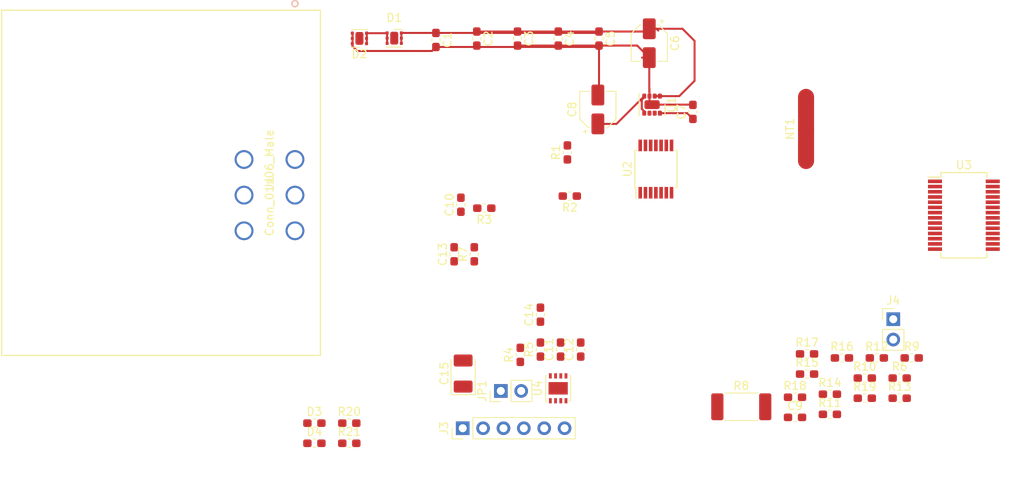
<source format=kicad_pcb>
(kicad_pcb (version 20171130) (host pcbnew "(5.1.2)-1")

  (general
    (thickness 1.6)
    (drawings 0)
    (tracks 50)
    (zones 0)
    (modules 49)
    (nets 38)
  )

  (page A4)
  (layers
    (0 F.Cu signal)
    (31 B.Cu signal)
    (32 B.Adhes user)
    (33 F.Adhes user)
    (34 B.Paste user)
    (35 F.Paste user)
    (36 B.SilkS user)
    (37 F.SilkS user)
    (38 B.Mask user)
    (39 F.Mask user)
    (40 Dwgs.User user)
    (41 Cmts.User user)
    (42 Eco1.User user)
    (43 Eco2.User user)
    (44 Edge.Cuts user)
    (45 Margin user)
    (46 B.CrtYd user)
    (47 F.CrtYd user)
    (48 B.Fab user)
    (49 F.Fab user)
  )

  (setup
    (last_trace_width 0.25)
    (trace_clearance 0.2)
    (zone_clearance 0.508)
    (zone_45_only no)
    (trace_min 0.2)
    (via_size 0.8)
    (via_drill 0.4)
    (via_min_size 0.4)
    (via_min_drill 0.3)
    (uvia_size 0.3)
    (uvia_drill 0.1)
    (uvias_allowed no)
    (uvia_min_size 0.2)
    (uvia_min_drill 0.1)
    (edge_width 0.05)
    (segment_width 0.2)
    (pcb_text_width 0.3)
    (pcb_text_size 1.5 1.5)
    (mod_edge_width 0.12)
    (mod_text_size 1 1)
    (mod_text_width 0.15)
    (pad_size 1.524 1.524)
    (pad_drill 0.762)
    (pad_to_mask_clearance 0.051)
    (solder_mask_min_width 0.25)
    (aux_axis_origin 0 0)
    (visible_elements 7FFFFFFF)
    (pcbplotparams
      (layerselection 0x010fc_ffffffff)
      (usegerberextensions false)
      (usegerberattributes false)
      (usegerberadvancedattributes false)
      (creategerberjobfile false)
      (excludeedgelayer true)
      (linewidth 0.100000)
      (plotframeref false)
      (viasonmask false)
      (mode 1)
      (useauxorigin false)
      (hpglpennumber 1)
      (hpglpenspeed 20)
      (hpglpendiameter 15.000000)
      (psnegative false)
      (psa4output false)
      (plotreference true)
      (plotvalue true)
      (plotinvisibletext false)
      (padsonsilk false)
      (subtractmaskfromsilk false)
      (outputformat 1)
      (mirror false)
      (drillshape 1)
      (scaleselection 1)
      (outputdirectory ""))
  )

  (net 0 "")
  (net 1 GND)
  (net 2 "Net-(C7-Pad1)")
  (net 3 +5V)
  (net 4 GNDD)
  (net 5 "Net-(C12-Pad1)")
  (net 6 "Net-(C15-Pad1)")
  (net 7 GNDA)
  (net 8 "Net-(D1-Pad2)")
  (net 9 "/MCU and CAN/CANL")
  (net 10 "/MCU and CAN/CANH")
  (net 11 "Net-(J3-Pad5)")
  (net 12 "Net-(J3-Pad4)")
  (net 13 "Net-(J3-Pad1)")
  (net 14 "Net-(R1-Pad2)")
  (net 15 "Net-(R2-Pad2)")
  (net 16 "Net-(R5-Pad2)")
  (net 17 "Net-(R11-Pad1)")
  (net 18 "Net-(R10-Pad2)")
  (net 19 +12V)
  (net 20 "Net-(C9-Pad1)")
  (net 21 "/MCU and CAN/MEASURE_OUT")
  (net 22 "Net-(J4-Pad2)")
  (net 23 "Net-(J4-Pad1)")
  (net 24 "Net-(R10-Pad1)")
  (net 25 "Net-(R11-Pad2)")
  (net 26 "Net-(R13-Pad1)")
  (net 27 "Net-(R15-Pad2)")
  (net 28 "Net-(R17-Pad1)")
  (net 29 "Net-(R18-Pad1)")
  (net 30 "Net-(U2-Pad13)")
  (net 31 "Net-(U3-Pad24)")
  (net 32 "Net-(U3-Pad23)")
  (net 33 "Net-(U3-Pad22)")
  (net 34 "Net-(D3-Pad2)")
  (net 35 "Net-(D4-Pad2)")
  (net 36 "Net-(R20-Pad2)")
  (net 37 "Net-(R21-Pad2)")

  (net_class Default "This is the default net class."
    (clearance 0.2)
    (trace_width 0.25)
    (via_dia 0.8)
    (via_drill 0.4)
    (uvia_dia 0.3)
    (uvia_drill 0.1)
    (add_net +12V)
    (add_net +5V)
    (add_net "/MCU and CAN/CANH")
    (add_net "/MCU and CAN/CANL")
    (add_net "/MCU and CAN/MEASURE_OUT")
    (add_net GND)
    (add_net GNDA)
    (add_net GNDD)
    (add_net "Net-(C12-Pad1)")
    (add_net "Net-(C15-Pad1)")
    (add_net "Net-(C7-Pad1)")
    (add_net "Net-(C9-Pad1)")
    (add_net "Net-(D1-Pad2)")
    (add_net "Net-(D3-Pad2)")
    (add_net "Net-(D4-Pad2)")
    (add_net "Net-(J3-Pad1)")
    (add_net "Net-(J3-Pad4)")
    (add_net "Net-(J3-Pad5)")
    (add_net "Net-(J4-Pad1)")
    (add_net "Net-(J4-Pad2)")
    (add_net "Net-(R1-Pad2)")
    (add_net "Net-(R10-Pad1)")
    (add_net "Net-(R10-Pad2)")
    (add_net "Net-(R11-Pad1)")
    (add_net "Net-(R11-Pad2)")
    (add_net "Net-(R13-Pad1)")
    (add_net "Net-(R15-Pad2)")
    (add_net "Net-(R17-Pad1)")
    (add_net "Net-(R18-Pad1)")
    (add_net "Net-(R2-Pad2)")
    (add_net "Net-(R20-Pad2)")
    (add_net "Net-(R21-Pad2)")
    (add_net "Net-(R5-Pad2)")
    (add_net "Net-(U2-Pad13)")
    (add_net "Net-(U3-Pad22)")
    (add_net "Net-(U3-Pad23)")
    (add_net "Net-(U3-Pad24)")
  )

  (module Connector_PinHeader_2.54mm:PinHeader_1x02_P2.54mm_Vertical (layer F.Cu) (tedit 59FED5CC) (tstamp 5D491BDE)
    (at 168.285001 104.065001)
    (descr "Through hole straight pin header, 1x02, 2.54mm pitch, single row")
    (tags "Through hole pin header THT 1x02 2.54mm single row")
    (path /5D226D6E/5D49D215)
    (fp_text reference J4 (at 0 -2.33) (layer F.SilkS)
      (effects (font (size 1 1) (thickness 0.15)))
    )
    (fp_text value Conn_01x02_Male (at 0 4.87) (layer F.Fab)
      (effects (font (size 1 1) (thickness 0.15)))
    )
    (fp_text user %R (at 0 1.27 90) (layer F.Fab)
      (effects (font (size 1 1) (thickness 0.15)))
    )
    (fp_line (start 1.8 -1.8) (end -1.8 -1.8) (layer F.CrtYd) (width 0.05))
    (fp_line (start 1.8 4.35) (end 1.8 -1.8) (layer F.CrtYd) (width 0.05))
    (fp_line (start -1.8 4.35) (end 1.8 4.35) (layer F.CrtYd) (width 0.05))
    (fp_line (start -1.8 -1.8) (end -1.8 4.35) (layer F.CrtYd) (width 0.05))
    (fp_line (start -1.33 -1.33) (end 0 -1.33) (layer F.SilkS) (width 0.12))
    (fp_line (start -1.33 0) (end -1.33 -1.33) (layer F.SilkS) (width 0.12))
    (fp_line (start -1.33 1.27) (end 1.33 1.27) (layer F.SilkS) (width 0.12))
    (fp_line (start 1.33 1.27) (end 1.33 3.87) (layer F.SilkS) (width 0.12))
    (fp_line (start -1.33 1.27) (end -1.33 3.87) (layer F.SilkS) (width 0.12))
    (fp_line (start -1.33 3.87) (end 1.33 3.87) (layer F.SilkS) (width 0.12))
    (fp_line (start -1.27 -0.635) (end -0.635 -1.27) (layer F.Fab) (width 0.1))
    (fp_line (start -1.27 3.81) (end -1.27 -0.635) (layer F.Fab) (width 0.1))
    (fp_line (start 1.27 3.81) (end -1.27 3.81) (layer F.Fab) (width 0.1))
    (fp_line (start 1.27 -1.27) (end 1.27 3.81) (layer F.Fab) (width 0.1))
    (fp_line (start -0.635 -1.27) (end 1.27 -1.27) (layer F.Fab) (width 0.1))
    (pad 2 thru_hole oval (at 0 2.54) (size 1.7 1.7) (drill 1) (layers *.Cu *.Mask)
      (net 22 "Net-(J4-Pad2)"))
    (pad 1 thru_hole rect (at 0 0) (size 1.7 1.7) (drill 1) (layers *.Cu *.Mask)
      (net 23 "Net-(J4-Pad1)"))
    (model ${KISYS3DMOD}/Connector_PinHeader_2.54mm.3dshapes/PinHeader_1x02_P2.54mm_Vertical.wrl
      (at (xyz 0 0 0))
      (scale (xyz 1 1 1))
      (rotate (xyz 0 0 0))
    )
  )

  (module Resistor_SMD:R_0603_1608Metric_Pad1.05x0.95mm_HandSolder (layer F.Cu) (tedit 5B301BBD) (tstamp 5D494600)
    (at 100.455001 119.535001)
    (descr "Resistor SMD 0603 (1608 Metric), square (rectangular) end terminal, IPC_7351 nominal with elongated pad for handsoldering. (Body size source: http://www.tortai-tech.com/upload/download/2011102023233369053.pdf), generated with kicad-footprint-generator")
    (tags "resistor handsolder")
    (path /5D226D6E/5D527256)
    (attr smd)
    (fp_text reference R21 (at 0 -1.43) (layer F.SilkS)
      (effects (font (size 1 1) (thickness 0.15)))
    )
    (fp_text value 300 (at 0 1.43) (layer F.Fab)
      (effects (font (size 1 1) (thickness 0.15)))
    )
    (fp_text user %R (at 0 0) (layer F.Fab)
      (effects (font (size 0.4 0.4) (thickness 0.06)))
    )
    (fp_line (start 1.65 0.73) (end -1.65 0.73) (layer F.CrtYd) (width 0.05))
    (fp_line (start 1.65 -0.73) (end 1.65 0.73) (layer F.CrtYd) (width 0.05))
    (fp_line (start -1.65 -0.73) (end 1.65 -0.73) (layer F.CrtYd) (width 0.05))
    (fp_line (start -1.65 0.73) (end -1.65 -0.73) (layer F.CrtYd) (width 0.05))
    (fp_line (start -0.171267 0.51) (end 0.171267 0.51) (layer F.SilkS) (width 0.12))
    (fp_line (start -0.171267 -0.51) (end 0.171267 -0.51) (layer F.SilkS) (width 0.12))
    (fp_line (start 0.8 0.4) (end -0.8 0.4) (layer F.Fab) (width 0.1))
    (fp_line (start 0.8 -0.4) (end 0.8 0.4) (layer F.Fab) (width 0.1))
    (fp_line (start -0.8 -0.4) (end 0.8 -0.4) (layer F.Fab) (width 0.1))
    (fp_line (start -0.8 0.4) (end -0.8 -0.4) (layer F.Fab) (width 0.1))
    (pad 2 smd roundrect (at 0.875 0) (size 1.05 0.95) (layers F.Cu F.Paste F.Mask) (roundrect_rratio 0.25)
      (net 37 "Net-(R21-Pad2)"))
    (pad 1 smd roundrect (at -0.875 0) (size 1.05 0.95) (layers F.Cu F.Paste F.Mask) (roundrect_rratio 0.25)
      (net 35 "Net-(D4-Pad2)"))
    (model ${KISYS3DMOD}/Resistor_SMD.3dshapes/R_0603_1608Metric.wrl
      (at (xyz 0 0 0))
      (scale (xyz 1 1 1))
      (rotate (xyz 0 0 0))
    )
  )

  (module Resistor_SMD:R_0603_1608Metric_Pad1.05x0.95mm_HandSolder (layer F.Cu) (tedit 5B301BBD) (tstamp 5D4945EF)
    (at 100.455001 117.025001)
    (descr "Resistor SMD 0603 (1608 Metric), square (rectangular) end terminal, IPC_7351 nominal with elongated pad for handsoldering. (Body size source: http://www.tortai-tech.com/upload/download/2011102023233369053.pdf), generated with kicad-footprint-generator")
    (tags "resistor handsolder")
    (path /5D226D6E/5D526340)
    (attr smd)
    (fp_text reference R20 (at 0 -1.43) (layer F.SilkS)
      (effects (font (size 1 1) (thickness 0.15)))
    )
    (fp_text value 300 (at 0 1.43) (layer F.Fab)
      (effects (font (size 1 1) (thickness 0.15)))
    )
    (fp_text user %R (at 0 0) (layer F.Fab)
      (effects (font (size 0.4 0.4) (thickness 0.06)))
    )
    (fp_line (start 1.65 0.73) (end -1.65 0.73) (layer F.CrtYd) (width 0.05))
    (fp_line (start 1.65 -0.73) (end 1.65 0.73) (layer F.CrtYd) (width 0.05))
    (fp_line (start -1.65 -0.73) (end 1.65 -0.73) (layer F.CrtYd) (width 0.05))
    (fp_line (start -1.65 0.73) (end -1.65 -0.73) (layer F.CrtYd) (width 0.05))
    (fp_line (start -0.171267 0.51) (end 0.171267 0.51) (layer F.SilkS) (width 0.12))
    (fp_line (start -0.171267 -0.51) (end 0.171267 -0.51) (layer F.SilkS) (width 0.12))
    (fp_line (start 0.8 0.4) (end -0.8 0.4) (layer F.Fab) (width 0.1))
    (fp_line (start 0.8 -0.4) (end 0.8 0.4) (layer F.Fab) (width 0.1))
    (fp_line (start -0.8 -0.4) (end 0.8 -0.4) (layer F.Fab) (width 0.1))
    (fp_line (start -0.8 0.4) (end -0.8 -0.4) (layer F.Fab) (width 0.1))
    (pad 2 smd roundrect (at 0.875 0) (size 1.05 0.95) (layers F.Cu F.Paste F.Mask) (roundrect_rratio 0.25)
      (net 36 "Net-(R20-Pad2)"))
    (pad 1 smd roundrect (at -0.875 0) (size 1.05 0.95) (layers F.Cu F.Paste F.Mask) (roundrect_rratio 0.25)
      (net 34 "Net-(D3-Pad2)"))
    (model ${KISYS3DMOD}/Resistor_SMD.3dshapes/R_0603_1608Metric.wrl
      (at (xyz 0 0 0))
      (scale (xyz 1 1 1))
      (rotate (xyz 0 0 0))
    )
  )

  (module Connector_TE:DT13-6P (layer F.Cu) (tedit 0) (tstamp 5D4942D4)
    (at 93.68 84.15 90)
    (path /5D4A20AB)
    (fp_text reference J1 (at -2.9083 -3.175 90) (layer F.SilkS)
      (effects (font (size 1 1) (thickness 0.15)))
    )
    (fp_text value Conn_01x06_Male (at -2.9083 -3.175 90) (layer F.SilkS)
      (effects (font (size 1 1) (thickness 0.15)))
    )
    (fp_circle (center 19.431 0) (end 19.812 0) (layer B.SilkS) (width 0.1524))
    (fp_circle (center 19.431 0) (end 19.812 0) (layer F.SilkS) (width 0.1524))
    (fp_circle (center 0 2.54) (end 0.381 2.54) (layer F.Fab) (width 0.1524))
    (fp_line (start 18.4912 -36.449) (end -24.3078 -36.449) (layer F.CrtYd) (width 0.1524))
    (fp_line (start 18.4912 3.048) (end 18.4912 -36.449) (layer F.CrtYd) (width 0.1524))
    (fp_line (start -24.3078 3.048) (end 18.4912 3.048) (layer F.CrtYd) (width 0.1524))
    (fp_line (start -24.3078 -36.449) (end -24.3078 3.048) (layer F.CrtYd) (width 0.1524))
    (fp_line (start 18.7452 -36.703) (end -24.5618 -36.703) (layer F.CrtYd) (width 0.1524))
    (fp_line (start 18.7452 3.302) (end 18.7452 -36.703) (layer F.CrtYd) (width 0.1524))
    (fp_line (start -24.5618 3.302) (end 18.7452 3.302) (layer F.CrtYd) (width 0.1524))
    (fp_line (start -24.5618 -36.703) (end -24.5618 3.302) (layer F.CrtYd) (width 0.1524))
    (fp_line (start -24.3078 -36.449) (end -24.3078 3.048) (layer F.Fab) (width 0.1524))
    (fp_line (start 18.4912 -36.449) (end -24.3078 -36.449) (layer F.Fab) (width 0.1524))
    (fp_line (start 18.4912 3.048) (end 18.4912 -36.449) (layer F.Fab) (width 0.1524))
    (fp_line (start -24.3078 3.048) (end 18.4912 3.048) (layer F.Fab) (width 0.1524))
    (fp_line (start -24.4348 -36.576) (end -24.4348 3.175) (layer F.SilkS) (width 0.1524))
    (fp_line (start 18.6182 -36.576) (end -24.4348 -36.576) (layer F.SilkS) (width 0.1524))
    (fp_line (start 18.6182 3.175) (end 18.6182 -36.576) (layer F.SilkS) (width 0.1524))
    (fp_line (start -24.4348 3.175) (end 18.6182 3.175) (layer F.SilkS) (width 0.1524))
    (fp_text user * (at 0 0 90) (layer F.Fab)
      (effects (font (size 1 1) (thickness 0.15)))
    )
    (fp_text user * (at 0 0 90) (layer F.SilkS)
      (effects (font (size 1 1) (thickness 0.15)))
    )
    (fp_text user "Copyright 2016 Accelerated Designs. All rights reserved." (at 0 0 90) (layer Cmts.User)
      (effects (font (size 0.127 0.127) (thickness 0.002)))
    )
    (pad 9 np_thru_hole circle (at -4.445 -12.446 90) (size 3.048 3.048) (drill 3.048) (layers *.Cu *.Mask))
    (pad 8 np_thru_hole circle (at 6.4262 -1.016 90) (size 3.048 3.048) (drill 3.048) (layers *.Cu *.Mask))
    (pad 7 np_thru_hole circle (at -15.3162 -1.016 90) (size 3.048 3.048) (drill 3.048) (layers *.Cu *.Mask))
    (pad 3 thru_hole circle (at -8.89 0 90) (size 2.3368 2.3368) (drill 1.8288) (layers *.Cu *.Mask)
      (net 21 "/MCU and CAN/MEASURE_OUT"))
    (pad 4 thru_hole circle (at -8.89 -6.35 90) (size 2.3368 2.3368) (drill 1.8288) (layers *.Cu *.Mask)
      (net 1 GND))
    (pad 2 thru_hole circle (at -4.445 0 90) (size 2.3368 2.3368) (drill 1.8288) (layers *.Cu *.Mask)
      (net 1 GND))
    (pad 5 thru_hole circle (at -4.445 -6.35 90) (size 2.3368 2.3368) (drill 1.8288) (layers *.Cu *.Mask)
      (net 10 "/MCU and CAN/CANH"))
    (pad 1 thru_hole circle (at 0 0 90) (size 2.3368 2.3368) (drill 1.8288) (layers *.Cu *.Mask)
      (net 19 +12V))
    (pad 6 thru_hole circle (at 0 -6.35 90) (size 2.3368 2.3368) (drill 1.8288) (layers *.Cu *.Mask)
      (net 9 "/MCU and CAN/CANL"))
  )

  (module Resistor_SMD:R_0603_1608Metric_Pad1.05x0.95mm_HandSolder (layer F.Cu) (tedit 5B301BBD) (tstamp 5D4942B1)
    (at 96.105001 119.535001)
    (descr "Resistor SMD 0603 (1608 Metric), square (rectangular) end terminal, IPC_7351 nominal with elongated pad for handsoldering. (Body size source: http://www.tortai-tech.com/upload/download/2011102023233369053.pdf), generated with kicad-footprint-generator")
    (tags "resistor handsolder")
    (path /5D226D6E/5D518286)
    (attr smd)
    (fp_text reference D4 (at 0 -1.43) (layer F.SilkS)
      (effects (font (size 1 1) (thickness 0.15)))
    )
    (fp_text value LED (at 0 1.43) (layer F.Fab)
      (effects (font (size 1 1) (thickness 0.15)))
    )
    (fp_text user %R (at 0 0) (layer F.Fab)
      (effects (font (size 0.4 0.4) (thickness 0.06)))
    )
    (fp_line (start 1.65 0.73) (end -1.65 0.73) (layer F.CrtYd) (width 0.05))
    (fp_line (start 1.65 -0.73) (end 1.65 0.73) (layer F.CrtYd) (width 0.05))
    (fp_line (start -1.65 -0.73) (end 1.65 -0.73) (layer F.CrtYd) (width 0.05))
    (fp_line (start -1.65 0.73) (end -1.65 -0.73) (layer F.CrtYd) (width 0.05))
    (fp_line (start -0.171267 0.51) (end 0.171267 0.51) (layer F.SilkS) (width 0.12))
    (fp_line (start -0.171267 -0.51) (end 0.171267 -0.51) (layer F.SilkS) (width 0.12))
    (fp_line (start 0.8 0.4) (end -0.8 0.4) (layer F.Fab) (width 0.1))
    (fp_line (start 0.8 -0.4) (end 0.8 0.4) (layer F.Fab) (width 0.1))
    (fp_line (start -0.8 -0.4) (end 0.8 -0.4) (layer F.Fab) (width 0.1))
    (fp_line (start -0.8 0.4) (end -0.8 -0.4) (layer F.Fab) (width 0.1))
    (pad 2 smd roundrect (at 0.875 0) (size 1.05 0.95) (layers F.Cu F.Paste F.Mask) (roundrect_rratio 0.25)
      (net 35 "Net-(D4-Pad2)"))
    (pad 1 smd roundrect (at -0.875 0) (size 1.05 0.95) (layers F.Cu F.Paste F.Mask) (roundrect_rratio 0.25)
      (net 4 GNDD))
    (model ${KISYS3DMOD}/Resistor_SMD.3dshapes/R_0603_1608Metric.wrl
      (at (xyz 0 0 0))
      (scale (xyz 1 1 1))
      (rotate (xyz 0 0 0))
    )
  )

  (module Resistor_SMD:R_0603_1608Metric_Pad1.05x0.95mm_HandSolder (layer F.Cu) (tedit 5B301BBD) (tstamp 5D4942A0)
    (at 96.105001 117.025001)
    (descr "Resistor SMD 0603 (1608 Metric), square (rectangular) end terminal, IPC_7351 nominal with elongated pad for handsoldering. (Body size source: http://www.tortai-tech.com/upload/download/2011102023233369053.pdf), generated with kicad-footprint-generator")
    (tags "resistor handsolder")
    (path /5D226D6E/5D518C5C)
    (attr smd)
    (fp_text reference D3 (at 0 -1.43) (layer F.SilkS)
      (effects (font (size 1 1) (thickness 0.15)))
    )
    (fp_text value LED (at 0 1.43) (layer F.Fab)
      (effects (font (size 1 1) (thickness 0.15)))
    )
    (fp_text user %R (at 0 0) (layer F.Fab)
      (effects (font (size 0.4 0.4) (thickness 0.06)))
    )
    (fp_line (start 1.65 0.73) (end -1.65 0.73) (layer F.CrtYd) (width 0.05))
    (fp_line (start 1.65 -0.73) (end 1.65 0.73) (layer F.CrtYd) (width 0.05))
    (fp_line (start -1.65 -0.73) (end 1.65 -0.73) (layer F.CrtYd) (width 0.05))
    (fp_line (start -1.65 0.73) (end -1.65 -0.73) (layer F.CrtYd) (width 0.05))
    (fp_line (start -0.171267 0.51) (end 0.171267 0.51) (layer F.SilkS) (width 0.12))
    (fp_line (start -0.171267 -0.51) (end 0.171267 -0.51) (layer F.SilkS) (width 0.12))
    (fp_line (start 0.8 0.4) (end -0.8 0.4) (layer F.Fab) (width 0.1))
    (fp_line (start 0.8 -0.4) (end 0.8 0.4) (layer F.Fab) (width 0.1))
    (fp_line (start -0.8 -0.4) (end 0.8 -0.4) (layer F.Fab) (width 0.1))
    (fp_line (start -0.8 0.4) (end -0.8 -0.4) (layer F.Fab) (width 0.1))
    (pad 2 smd roundrect (at 0.875 0) (size 1.05 0.95) (layers F.Cu F.Paste F.Mask) (roundrect_rratio 0.25)
      (net 34 "Net-(D3-Pad2)"))
    (pad 1 smd roundrect (at -0.875 0) (size 1.05 0.95) (layers F.Cu F.Paste F.Mask) (roundrect_rratio 0.25)
      (net 4 GNDD))
    (model ${KISYS3DMOD}/Resistor_SMD.3dshapes/R_0603_1608Metric.wrl
      (at (xyz 0 0 0))
      (scale (xyz 1 1 1))
      (rotate (xyz 0 0 0))
    )
  )

  (module Package_SO:SSOP-28_5.3x10.2mm_P0.65mm (layer F.Cu) (tedit 5A02F25C) (tstamp 5D491E45)
    (at 177.09 91.1)
    (descr "28-Lead Plastic Shrink Small Outline (SS)-5.30 mm Body [SSOP] (see Microchip Packaging Specification 00000049BS.pdf)")
    (tags "SSOP 0.65")
    (path /5D226D6E/5D3ED3E3)
    (attr smd)
    (fp_text reference U3 (at 0 -6.25) (layer F.SilkS)
      (effects (font (size 1 1) (thickness 0.15)))
    )
    (fp_text value dsPIC33EV32GM102 (at 0 6.25) (layer F.Fab)
      (effects (font (size 1 1) (thickness 0.15)))
    )
    (fp_text user %R (at 0 0) (layer F.Fab)
      (effects (font (size 0.8 0.8) (thickness 0.15)))
    )
    (fp_line (start -2.875 -4.75) (end -4.475 -4.75) (layer F.SilkS) (width 0.15))
    (fp_line (start -2.875 5.325) (end 2.875 5.325) (layer F.SilkS) (width 0.15))
    (fp_line (start -2.875 -5.325) (end 2.875 -5.325) (layer F.SilkS) (width 0.15))
    (fp_line (start -2.875 5.325) (end -2.875 4.675) (layer F.SilkS) (width 0.15))
    (fp_line (start 2.875 5.325) (end 2.875 4.675) (layer F.SilkS) (width 0.15))
    (fp_line (start 2.875 -5.325) (end 2.875 -4.675) (layer F.SilkS) (width 0.15))
    (fp_line (start -2.875 -5.325) (end -2.875 -4.75) (layer F.SilkS) (width 0.15))
    (fp_line (start -4.75 5.5) (end 4.75 5.5) (layer F.CrtYd) (width 0.05))
    (fp_line (start -4.75 -5.5) (end 4.75 -5.5) (layer F.CrtYd) (width 0.05))
    (fp_line (start 4.75 -5.5) (end 4.75 5.5) (layer F.CrtYd) (width 0.05))
    (fp_line (start -4.75 -5.5) (end -4.75 5.5) (layer F.CrtYd) (width 0.05))
    (fp_line (start -2.65 -4.1) (end -1.65 -5.1) (layer F.Fab) (width 0.15))
    (fp_line (start -2.65 5.1) (end -2.65 -4.1) (layer F.Fab) (width 0.15))
    (fp_line (start 2.65 5.1) (end -2.65 5.1) (layer F.Fab) (width 0.15))
    (fp_line (start 2.65 -5.1) (end 2.65 5.1) (layer F.Fab) (width 0.15))
    (fp_line (start -1.65 -5.1) (end 2.65 -5.1) (layer F.Fab) (width 0.15))
    (pad 28 smd rect (at 3.6 -4.225) (size 1.75 0.45) (layers F.Cu F.Paste F.Mask)
      (net 3 +5V))
    (pad 27 smd rect (at 3.6 -3.575) (size 1.75 0.45) (layers F.Cu F.Paste F.Mask)
      (net 7 GNDA))
    (pad 26 smd rect (at 3.6 -2.925) (size 1.75 0.45) (layers F.Cu F.Paste F.Mask)
      (net 4 GNDD))
    (pad 25 smd rect (at 3.6 -2.275) (size 1.75 0.45) (layers F.Cu F.Paste F.Mask)
      (net 4 GNDD))
    (pad 24 smd rect (at 3.6 -1.625) (size 1.75 0.45) (layers F.Cu F.Paste F.Mask)
      (net 31 "Net-(U3-Pad24)"))
    (pad 23 smd rect (at 3.6 -0.975) (size 1.75 0.45) (layers F.Cu F.Paste F.Mask)
      (net 32 "Net-(U3-Pad23)"))
    (pad 22 smd rect (at 3.6 -0.325) (size 1.75 0.45) (layers F.Cu F.Paste F.Mask)
      (net 33 "Net-(U3-Pad22)"))
    (pad 21 smd rect (at 3.6 0.325) (size 1.75 0.45) (layers F.Cu F.Paste F.Mask)
      (net 4 GNDD))
    (pad 20 smd rect (at 3.6 0.975) (size 1.75 0.45) (layers F.Cu F.Paste F.Mask)
      (net 6 "Net-(C15-Pad1)"))
    (pad 19 smd rect (at 3.6 1.625) (size 1.75 0.45) (layers F.Cu F.Paste F.Mask)
      (net 4 GNDD))
    (pad 18 smd rect (at 3.6 2.275) (size 1.75 0.45) (layers F.Cu F.Paste F.Mask)
      (net 30 "Net-(U2-Pad13)"))
    (pad 17 smd rect (at 3.6 2.925) (size 1.75 0.45) (layers F.Cu F.Paste F.Mask)
      (net 4 GNDD))
    (pad 16 smd rect (at 3.6 3.575) (size 1.75 0.45) (layers F.Cu F.Paste F.Mask)
      (net 29 "Net-(R18-Pad1)"))
    (pad 15 smd rect (at 3.6 4.225) (size 1.75 0.45) (layers F.Cu F.Paste F.Mask)
      (net 4 GNDD))
    (pad 14 smd rect (at -3.6 4.225) (size 1.75 0.45) (layers F.Cu F.Paste F.Mask)
      (net 4 GNDD))
    (pad 13 smd rect (at -3.6 3.575) (size 1.75 0.45) (layers F.Cu F.Paste F.Mask)
      (net 3 +5V))
    (pad 12 smd rect (at -3.6 2.925) (size 1.75 0.45) (layers F.Cu F.Paste F.Mask)
      (net 4 GNDD))
    (pad 11 smd rect (at -3.6 2.275) (size 1.75 0.45) (layers F.Cu F.Paste F.Mask)
      (net 4 GNDD))
    (pad 10 smd rect (at -3.6 1.625) (size 1.75 0.45) (layers F.Cu F.Paste F.Mask)
      (net 37 "Net-(R21-Pad2)"))
    (pad 9 smd rect (at -3.6 0.975) (size 1.75 0.45) (layers F.Cu F.Paste F.Mask)
      (net 36 "Net-(R20-Pad2)"))
    (pad 8 smd rect (at -3.6 0.325) (size 1.75 0.45) (layers F.Cu F.Paste F.Mask)
      (net 4 GNDD))
    (pad 7 smd rect (at -3.6 -0.325) (size 1.75 0.45) (layers F.Cu F.Paste F.Mask)
      (net 4 GNDD))
    (pad 6 smd rect (at -3.6 -0.975) (size 1.75 0.45) (layers F.Cu F.Paste F.Mask)
      (net 4 GNDD))
    (pad 5 smd rect (at -3.6 -1.625) (size 1.75 0.45) (layers F.Cu F.Paste F.Mask)
      (net 11 "Net-(J3-Pad5)"))
    (pad 4 smd rect (at -3.6 -2.275) (size 1.75 0.45) (layers F.Cu F.Paste F.Mask)
      (net 12 "Net-(J3-Pad4)"))
    (pad 3 smd rect (at -3.6 -2.925) (size 1.75 0.45) (layers F.Cu F.Paste F.Mask)
      (net 27 "Net-(R15-Pad2)"))
    (pad 2 smd rect (at -3.6 -3.575) (size 1.75 0.45) (layers F.Cu F.Paste F.Mask)
      (net 5 "Net-(C12-Pad1)"))
    (pad 1 smd rect (at -3.6 -4.225) (size 1.75 0.45) (layers F.Cu F.Paste F.Mask)
      (net 16 "Net-(R5-Pad2)"))
    (model ${KISYS3DMOD}/Package_SO.3dshapes/SSOP-28_5.3x10.2mm_P0.65mm.wrl
      (at (xyz 0 0 0))
      (scale (xyz 1 1 1))
      (rotate (xyz 0 0 0))
    )
  )

  (module Package_SO:TSSOP-14_4.4x5mm_P0.65mm (layer F.Cu) (tedit 5A02F25C) (tstamp 5D491E14)
    (at 138.684 85.344 90)
    (descr "14-Lead Plastic Thin Shrink Small Outline (ST)-4.4 mm Body [TSSOP] (see Microchip Packaging Specification 00000049BS.pdf)")
    (tags "SSOP 0.65")
    (path /5D226D6E/5D4B495F)
    (attr smd)
    (fp_text reference U2 (at 0 -3.55 90) (layer F.SilkS)
      (effects (font (size 1 1) (thickness 0.15)))
    )
    (fp_text value NCV2007x (at 0 3.55 90) (layer F.Fab)
      (effects (font (size 1 1) (thickness 0.15)))
    )
    (fp_text user %R (at 0 0 90) (layer F.Fab)
      (effects (font (size 0.8 0.8) (thickness 0.15)))
    )
    (fp_line (start -2.325 -2.5) (end -3.675 -2.5) (layer F.SilkS) (width 0.15))
    (fp_line (start -2.325 2.625) (end 2.325 2.625) (layer F.SilkS) (width 0.15))
    (fp_line (start -2.325 -2.625) (end 2.325 -2.625) (layer F.SilkS) (width 0.15))
    (fp_line (start -2.325 2.625) (end -2.325 2.4) (layer F.SilkS) (width 0.15))
    (fp_line (start 2.325 2.625) (end 2.325 2.4) (layer F.SilkS) (width 0.15))
    (fp_line (start 2.325 -2.625) (end 2.325 -2.4) (layer F.SilkS) (width 0.15))
    (fp_line (start -2.325 -2.625) (end -2.325 -2.5) (layer F.SilkS) (width 0.15))
    (fp_line (start -3.95 2.8) (end 3.95 2.8) (layer F.CrtYd) (width 0.05))
    (fp_line (start -3.95 -2.8) (end 3.95 -2.8) (layer F.CrtYd) (width 0.05))
    (fp_line (start 3.95 -2.8) (end 3.95 2.8) (layer F.CrtYd) (width 0.05))
    (fp_line (start -3.95 -2.8) (end -3.95 2.8) (layer F.CrtYd) (width 0.05))
    (fp_line (start -2.2 -1.5) (end -1.2 -2.5) (layer F.Fab) (width 0.15))
    (fp_line (start -2.2 2.5) (end -2.2 -1.5) (layer F.Fab) (width 0.15))
    (fp_line (start 2.2 2.5) (end -2.2 2.5) (layer F.Fab) (width 0.15))
    (fp_line (start 2.2 -2.5) (end 2.2 2.5) (layer F.Fab) (width 0.15))
    (fp_line (start -1.2 -2.5) (end 2.2 -2.5) (layer F.Fab) (width 0.15))
    (pad 14 smd rect (at 2.95 -1.95 90) (size 1.45 0.45) (layers F.Cu F.Paste F.Mask)
      (net 30 "Net-(U2-Pad13)"))
    (pad 13 smd rect (at 2.95 -1.3 90) (size 1.45 0.45) (layers F.Cu F.Paste F.Mask)
      (net 30 "Net-(U2-Pad13)"))
    (pad 12 smd rect (at 2.95 -0.65 90) (size 1.45 0.45) (layers F.Cu F.Paste F.Mask)
      (net 20 "Net-(C9-Pad1)"))
    (pad 11 smd rect (at 2.95 0 90) (size 1.45 0.45) (layers F.Cu F.Paste F.Mask)
      (net 7 GNDA))
    (pad 10 smd rect (at 2.95 0.65 90) (size 1.45 0.45) (layers F.Cu F.Paste F.Mask)
      (net 24 "Net-(R10-Pad1)"))
    (pad 9 smd rect (at 2.95 1.3 90) (size 1.45 0.45) (layers F.Cu F.Paste F.Mask)
      (net 17 "Net-(R11-Pad1)"))
    (pad 8 smd rect (at 2.95 1.95 90) (size 1.45 0.45) (layers F.Cu F.Paste F.Mask)
      (net 26 "Net-(R13-Pad1)"))
    (pad 7 smd rect (at -2.95 1.95 90) (size 1.45 0.45) (layers F.Cu F.Paste F.Mask)
      (net 25 "Net-(R11-Pad2)"))
    (pad 6 smd rect (at -2.95 1.3 90) (size 1.45 0.45) (layers F.Cu F.Paste F.Mask)
      (net 25 "Net-(R11-Pad2)"))
    (pad 5 smd rect (at -2.95 0.65 90) (size 1.45 0.45) (layers F.Cu F.Paste F.Mask)
      (net 22 "Net-(J4-Pad2)"))
    (pad 4 smd rect (at -2.95 0 90) (size 1.45 0.45) (layers F.Cu F.Paste F.Mask)
      (net 19 +12V))
    (pad 3 smd rect (at -2.95 -0.65 90) (size 1.45 0.45) (layers F.Cu F.Paste F.Mask)
      (net 23 "Net-(J4-Pad1)"))
    (pad 2 smd rect (at -2.95 -1.3 90) (size 1.45 0.45) (layers F.Cu F.Paste F.Mask)
      (net 18 "Net-(R10-Pad2)"))
    (pad 1 smd rect (at -2.95 -1.95 90) (size 1.45 0.45) (layers F.Cu F.Paste F.Mask)
      (net 18 "Net-(R10-Pad2)"))
    (model ${KISYS3DMOD}/Package_SO.3dshapes/TSSOP-14_4.4x5mm_P0.65mm.wrl
      (at (xyz 0 0 0))
      (scale (xyz 1 1 1))
      (rotate (xyz 0 0 0))
    )
  )

  (module Resistor_SMD:R_0603_1608Metric_Pad1.05x0.95mm_HandSolder (layer F.Cu) (tedit 5B301BBD) (tstamp 5D491DBB)
    (at 164.735001 113.915001)
    (descr "Resistor SMD 0603 (1608 Metric), square (rectangular) end terminal, IPC_7351 nominal with elongated pad for handsoldering. (Body size source: http://www.tortai-tech.com/upload/download/2011102023233369053.pdf), generated with kicad-footprint-generator")
    (tags "resistor handsolder")
    (path /5D226D6E/5D60BC64)
    (attr smd)
    (fp_text reference R19 (at 0 -1.43) (layer F.SilkS)
      (effects (font (size 1 1) (thickness 0.15)))
    )
    (fp_text value 499k (at 0 1.43) (layer F.Fab)
      (effects (font (size 1 1) (thickness 0.15)))
    )
    (fp_text user %R (at 0 0) (layer F.Fab)
      (effects (font (size 0.4 0.4) (thickness 0.06)))
    )
    (fp_line (start 1.65 0.73) (end -1.65 0.73) (layer F.CrtYd) (width 0.05))
    (fp_line (start 1.65 -0.73) (end 1.65 0.73) (layer F.CrtYd) (width 0.05))
    (fp_line (start -1.65 -0.73) (end 1.65 -0.73) (layer F.CrtYd) (width 0.05))
    (fp_line (start -1.65 0.73) (end -1.65 -0.73) (layer F.CrtYd) (width 0.05))
    (fp_line (start -0.171267 0.51) (end 0.171267 0.51) (layer F.SilkS) (width 0.12))
    (fp_line (start -0.171267 -0.51) (end 0.171267 -0.51) (layer F.SilkS) (width 0.12))
    (fp_line (start 0.8 0.4) (end -0.8 0.4) (layer F.Fab) (width 0.1))
    (fp_line (start 0.8 -0.4) (end 0.8 0.4) (layer F.Fab) (width 0.1))
    (fp_line (start -0.8 -0.4) (end 0.8 -0.4) (layer F.Fab) (width 0.1))
    (fp_line (start -0.8 0.4) (end -0.8 -0.4) (layer F.Fab) (width 0.1))
    (pad 2 smd roundrect (at 0.875 0) (size 1.05 0.95) (layers F.Cu F.Paste F.Mask) (roundrect_rratio 0.25)
      (net 29 "Net-(R18-Pad1)"))
    (pad 1 smd roundrect (at -0.875 0) (size 1.05 0.95) (layers F.Cu F.Paste F.Mask) (roundrect_rratio 0.25)
      (net 7 GNDA))
    (model ${KISYS3DMOD}/Resistor_SMD.3dshapes/R_0603_1608Metric.wrl
      (at (xyz 0 0 0))
      (scale (xyz 1 1 1))
      (rotate (xyz 0 0 0))
    )
  )

  (module Resistor_SMD:R_0603_1608Metric_Pad1.05x0.95mm_HandSolder (layer F.Cu) (tedit 5B301BBD) (tstamp 5D491DAA)
    (at 156.035001 113.795001)
    (descr "Resistor SMD 0603 (1608 Metric), square (rectangular) end terminal, IPC_7351 nominal with elongated pad for handsoldering. (Body size source: http://www.tortai-tech.com/upload/download/2011102023233369053.pdf), generated with kicad-footprint-generator")
    (tags "resistor handsolder")
    (path /5D226D6E/5D60BBAB)
    (attr smd)
    (fp_text reference R18 (at 0 -1.43) (layer F.SilkS)
      (effects (font (size 1 1) (thickness 0.15)))
    )
    (fp_text value 499k (at 0 1.43) (layer F.Fab)
      (effects (font (size 1 1) (thickness 0.15)))
    )
    (fp_text user %R (at 0 0) (layer F.Fab)
      (effects (font (size 0.4 0.4) (thickness 0.06)))
    )
    (fp_line (start 1.65 0.73) (end -1.65 0.73) (layer F.CrtYd) (width 0.05))
    (fp_line (start 1.65 -0.73) (end 1.65 0.73) (layer F.CrtYd) (width 0.05))
    (fp_line (start -1.65 -0.73) (end 1.65 -0.73) (layer F.CrtYd) (width 0.05))
    (fp_line (start -1.65 0.73) (end -1.65 -0.73) (layer F.CrtYd) (width 0.05))
    (fp_line (start -0.171267 0.51) (end 0.171267 0.51) (layer F.SilkS) (width 0.12))
    (fp_line (start -0.171267 -0.51) (end 0.171267 -0.51) (layer F.SilkS) (width 0.12))
    (fp_line (start 0.8 0.4) (end -0.8 0.4) (layer F.Fab) (width 0.1))
    (fp_line (start 0.8 -0.4) (end 0.8 0.4) (layer F.Fab) (width 0.1))
    (fp_line (start -0.8 -0.4) (end 0.8 -0.4) (layer F.Fab) (width 0.1))
    (fp_line (start -0.8 0.4) (end -0.8 -0.4) (layer F.Fab) (width 0.1))
    (pad 2 smd roundrect (at 0.875 0) (size 1.05 0.95) (layers F.Cu F.Paste F.Mask) (roundrect_rratio 0.25)
      (net 28 "Net-(R17-Pad1)"))
    (pad 1 smd roundrect (at -0.875 0) (size 1.05 0.95) (layers F.Cu F.Paste F.Mask) (roundrect_rratio 0.25)
      (net 29 "Net-(R18-Pad1)"))
    (model ${KISYS3DMOD}/Resistor_SMD.3dshapes/R_0603_1608Metric.wrl
      (at (xyz 0 0 0))
      (scale (xyz 1 1 1))
      (rotate (xyz 0 0 0))
    )
  )

  (module Resistor_SMD:R_0603_1608Metric_Pad1.05x0.95mm_HandSolder (layer F.Cu) (tedit 5B301BBD) (tstamp 5D491D99)
    (at 157.535001 108.395001)
    (descr "Resistor SMD 0603 (1608 Metric), square (rectangular) end terminal, IPC_7351 nominal with elongated pad for handsoldering. (Body size source: http://www.tortai-tech.com/upload/download/2011102023233369053.pdf), generated with kicad-footprint-generator")
    (tags "resistor handsolder")
    (path /5D226D6E/5D60A810)
    (attr smd)
    (fp_text reference R17 (at 0 -1.43) (layer F.SilkS)
      (effects (font (size 1 1) (thickness 0.15)))
    )
    (fp_text value 499k (at 0 1.43) (layer F.Fab)
      (effects (font (size 1 1) (thickness 0.15)))
    )
    (fp_text user %R (at 0 0) (layer F.Fab)
      (effects (font (size 0.4 0.4) (thickness 0.06)))
    )
    (fp_line (start 1.65 0.73) (end -1.65 0.73) (layer F.CrtYd) (width 0.05))
    (fp_line (start 1.65 -0.73) (end 1.65 0.73) (layer F.CrtYd) (width 0.05))
    (fp_line (start -1.65 -0.73) (end 1.65 -0.73) (layer F.CrtYd) (width 0.05))
    (fp_line (start -1.65 0.73) (end -1.65 -0.73) (layer F.CrtYd) (width 0.05))
    (fp_line (start -0.171267 0.51) (end 0.171267 0.51) (layer F.SilkS) (width 0.12))
    (fp_line (start -0.171267 -0.51) (end 0.171267 -0.51) (layer F.SilkS) (width 0.12))
    (fp_line (start 0.8 0.4) (end -0.8 0.4) (layer F.Fab) (width 0.1))
    (fp_line (start 0.8 -0.4) (end 0.8 0.4) (layer F.Fab) (width 0.1))
    (fp_line (start -0.8 -0.4) (end 0.8 -0.4) (layer F.Fab) (width 0.1))
    (fp_line (start -0.8 0.4) (end -0.8 -0.4) (layer F.Fab) (width 0.1))
    (pad 2 smd roundrect (at 0.875 0) (size 1.05 0.95) (layers F.Cu F.Paste F.Mask) (roundrect_rratio 0.25)
      (net 18 "Net-(R10-Pad2)"))
    (pad 1 smd roundrect (at -0.875 0) (size 1.05 0.95) (layers F.Cu F.Paste F.Mask) (roundrect_rratio 0.25)
      (net 28 "Net-(R17-Pad1)"))
    (model ${KISYS3DMOD}/Resistor_SMD.3dshapes/R_0603_1608Metric.wrl
      (at (xyz 0 0 0))
      (scale (xyz 1 1 1))
      (rotate (xyz 0 0 0))
    )
  )

  (module Capacitor_SMD:C_0603_1608Metric_Pad1.05x0.95mm_HandSolder (layer F.Cu) (tedit 5B301BBE) (tstamp 5D491D88)
    (at 161.885001 108.895001)
    (descr "Capacitor SMD 0603 (1608 Metric), square (rectangular) end terminal, IPC_7351 nominal with elongated pad for handsoldering. (Body size source: http://www.tortai-tech.com/upload/download/2011102023233369053.pdf), generated with kicad-footprint-generator")
    (tags "capacitor handsolder")
    (path /5D226D6E/5D52A243)
    (attr smd)
    (fp_text reference R16 (at 0 -1.43) (layer F.SilkS)
      (effects (font (size 1 1) (thickness 0.15)))
    )
    (fp_text value 10k (at 0 1.43) (layer F.Fab)
      (effects (font (size 1 1) (thickness 0.15)))
    )
    (fp_text user %R (at 0 0) (layer F.Fab)
      (effects (font (size 0.4 0.4) (thickness 0.06)))
    )
    (fp_line (start 1.65 0.73) (end -1.65 0.73) (layer F.CrtYd) (width 0.05))
    (fp_line (start 1.65 -0.73) (end 1.65 0.73) (layer F.CrtYd) (width 0.05))
    (fp_line (start -1.65 -0.73) (end 1.65 -0.73) (layer F.CrtYd) (width 0.05))
    (fp_line (start -1.65 0.73) (end -1.65 -0.73) (layer F.CrtYd) (width 0.05))
    (fp_line (start -0.171267 0.51) (end 0.171267 0.51) (layer F.SilkS) (width 0.12))
    (fp_line (start -0.171267 -0.51) (end 0.171267 -0.51) (layer F.SilkS) (width 0.12))
    (fp_line (start 0.8 0.4) (end -0.8 0.4) (layer F.Fab) (width 0.1))
    (fp_line (start 0.8 -0.4) (end 0.8 0.4) (layer F.Fab) (width 0.1))
    (fp_line (start -0.8 -0.4) (end 0.8 -0.4) (layer F.Fab) (width 0.1))
    (fp_line (start -0.8 0.4) (end -0.8 -0.4) (layer F.Fab) (width 0.1))
    (pad 2 smd roundrect (at 0.875 0) (size 1.05 0.95) (layers F.Cu F.Paste F.Mask) (roundrect_rratio 0.25)
      (net 4 GNDD))
    (pad 1 smd roundrect (at -0.875 0) (size 1.05 0.95) (layers F.Cu F.Paste F.Mask) (roundrect_rratio 0.25)
      (net 27 "Net-(R15-Pad2)"))
    (model ${KISYS3DMOD}/Capacitor_SMD.3dshapes/C_0603_1608Metric.wrl
      (at (xyz 0 0 0))
      (scale (xyz 1 1 1))
      (rotate (xyz 0 0 0))
    )
  )

  (module Capacitor_SMD:C_0603_1608Metric_Pad1.05x0.95mm_HandSolder (layer F.Cu) (tedit 5B301BBE) (tstamp 5D491D77)
    (at 157.535001 110.905001)
    (descr "Capacitor SMD 0603 (1608 Metric), square (rectangular) end terminal, IPC_7351 nominal with elongated pad for handsoldering. (Body size source: http://www.tortai-tech.com/upload/download/2011102023233369053.pdf), generated with kicad-footprint-generator")
    (tags "capacitor handsolder")
    (path /5D226D6E/5D529372)
    (attr smd)
    (fp_text reference R15 (at 0 -1.43) (layer F.SilkS)
      (effects (font (size 1 1) (thickness 0.15)))
    )
    (fp_text value 10k (at 0 1.43) (layer F.Fab)
      (effects (font (size 1 1) (thickness 0.15)))
    )
    (fp_text user %R (at 0 0) (layer F.Fab)
      (effects (font (size 0.4 0.4) (thickness 0.06)))
    )
    (fp_line (start 1.65 0.73) (end -1.65 0.73) (layer F.CrtYd) (width 0.05))
    (fp_line (start 1.65 -0.73) (end 1.65 0.73) (layer F.CrtYd) (width 0.05))
    (fp_line (start -1.65 -0.73) (end 1.65 -0.73) (layer F.CrtYd) (width 0.05))
    (fp_line (start -1.65 0.73) (end -1.65 -0.73) (layer F.CrtYd) (width 0.05))
    (fp_line (start -0.171267 0.51) (end 0.171267 0.51) (layer F.SilkS) (width 0.12))
    (fp_line (start -0.171267 -0.51) (end 0.171267 -0.51) (layer F.SilkS) (width 0.12))
    (fp_line (start 0.8 0.4) (end -0.8 0.4) (layer F.Fab) (width 0.1))
    (fp_line (start 0.8 -0.4) (end 0.8 0.4) (layer F.Fab) (width 0.1))
    (fp_line (start -0.8 -0.4) (end 0.8 -0.4) (layer F.Fab) (width 0.1))
    (fp_line (start -0.8 0.4) (end -0.8 -0.4) (layer F.Fab) (width 0.1))
    (pad 2 smd roundrect (at 0.875 0) (size 1.05 0.95) (layers F.Cu F.Paste F.Mask) (roundrect_rratio 0.25)
      (net 27 "Net-(R15-Pad2)"))
    (pad 1 smd roundrect (at -0.875 0) (size 1.05 0.95) (layers F.Cu F.Paste F.Mask) (roundrect_rratio 0.25)
      (net 3 +5V))
    (model ${KISYS3DMOD}/Capacitor_SMD.3dshapes/C_0603_1608Metric.wrl
      (at (xyz 0 0 0))
      (scale (xyz 1 1 1))
      (rotate (xyz 0 0 0))
    )
  )

  (module Capacitor_SMD:C_0603_1608Metric_Pad1.05x0.95mm_HandSolder (layer F.Cu) (tedit 5B301BBE) (tstamp 5D491D66)
    (at 160.385001 113.415001)
    (descr "Capacitor SMD 0603 (1608 Metric), square (rectangular) end terminal, IPC_7351 nominal with elongated pad for handsoldering. (Body size source: http://www.tortai-tech.com/upload/download/2011102023233369053.pdf), generated with kicad-footprint-generator")
    (tags "capacitor handsolder")
    (path /5D226D6E/5D4E9DB7)
    (attr smd)
    (fp_text reference R14 (at 0 -1.43) (layer F.SilkS)
      (effects (font (size 1 1) (thickness 0.15)))
    )
    (fp_text value 1k (at 0 1.43) (layer F.Fab)
      (effects (font (size 1 1) (thickness 0.15)))
    )
    (fp_text user %R (at 0 0) (layer F.Fab)
      (effects (font (size 0.4 0.4) (thickness 0.06)))
    )
    (fp_line (start 1.65 0.73) (end -1.65 0.73) (layer F.CrtYd) (width 0.05))
    (fp_line (start 1.65 -0.73) (end 1.65 0.73) (layer F.CrtYd) (width 0.05))
    (fp_line (start -1.65 -0.73) (end 1.65 -0.73) (layer F.CrtYd) (width 0.05))
    (fp_line (start -1.65 0.73) (end -1.65 -0.73) (layer F.CrtYd) (width 0.05))
    (fp_line (start -0.171267 0.51) (end 0.171267 0.51) (layer F.SilkS) (width 0.12))
    (fp_line (start -0.171267 -0.51) (end 0.171267 -0.51) (layer F.SilkS) (width 0.12))
    (fp_line (start 0.8 0.4) (end -0.8 0.4) (layer F.Fab) (width 0.1))
    (fp_line (start 0.8 -0.4) (end 0.8 0.4) (layer F.Fab) (width 0.1))
    (fp_line (start -0.8 -0.4) (end 0.8 -0.4) (layer F.Fab) (width 0.1))
    (fp_line (start -0.8 0.4) (end -0.8 -0.4) (layer F.Fab) (width 0.1))
    (pad 2 smd roundrect (at 0.875 0) (size 1.05 0.95) (layers F.Cu F.Paste F.Mask) (roundrect_rratio 0.25)
      (net 26 "Net-(R13-Pad1)"))
    (pad 1 smd roundrect (at -0.875 0) (size 1.05 0.95) (layers F.Cu F.Paste F.Mask) (roundrect_rratio 0.25)
      (net 20 "Net-(C9-Pad1)"))
    (model ${KISYS3DMOD}/Capacitor_SMD.3dshapes/C_0603_1608Metric.wrl
      (at (xyz 0 0 0))
      (scale (xyz 1 1 1))
      (rotate (xyz 0 0 0))
    )
  )

  (module Capacitor_SMD:C_0603_1608Metric_Pad1.05x0.95mm_HandSolder (layer F.Cu) (tedit 5B301BBE) (tstamp 5D491D55)
    (at 169.085001 113.915001)
    (descr "Capacitor SMD 0603 (1608 Metric), square (rectangular) end terminal, IPC_7351 nominal with elongated pad for handsoldering. (Body size source: http://www.tortai-tech.com/upload/download/2011102023233369053.pdf), generated with kicad-footprint-generator")
    (tags "capacitor handsolder")
    (path /5D226D6E/5D4CADE5)
    (attr smd)
    (fp_text reference R13 (at 0 -1.43) (layer F.SilkS)
      (effects (font (size 1 1) (thickness 0.15)))
    )
    (fp_text value 180k (at 0 1.43) (layer F.Fab)
      (effects (font (size 1 1) (thickness 0.15)))
    )
    (fp_text user %R (at 0 0) (layer F.Fab)
      (effects (font (size 0.4 0.4) (thickness 0.06)))
    )
    (fp_line (start 1.65 0.73) (end -1.65 0.73) (layer F.CrtYd) (width 0.05))
    (fp_line (start 1.65 -0.73) (end 1.65 0.73) (layer F.CrtYd) (width 0.05))
    (fp_line (start -1.65 -0.73) (end 1.65 -0.73) (layer F.CrtYd) (width 0.05))
    (fp_line (start -1.65 0.73) (end -1.65 -0.73) (layer F.CrtYd) (width 0.05))
    (fp_line (start -0.171267 0.51) (end 0.171267 0.51) (layer F.SilkS) (width 0.12))
    (fp_line (start -0.171267 -0.51) (end 0.171267 -0.51) (layer F.SilkS) (width 0.12))
    (fp_line (start 0.8 0.4) (end -0.8 0.4) (layer F.Fab) (width 0.1))
    (fp_line (start 0.8 -0.4) (end 0.8 0.4) (layer F.Fab) (width 0.1))
    (fp_line (start -0.8 -0.4) (end 0.8 -0.4) (layer F.Fab) (width 0.1))
    (fp_line (start -0.8 0.4) (end -0.8 -0.4) (layer F.Fab) (width 0.1))
    (pad 2 smd roundrect (at 0.875 0) (size 1.05 0.95) (layers F.Cu F.Paste F.Mask) (roundrect_rratio 0.25)
      (net 24 "Net-(R10-Pad1)"))
    (pad 1 smd roundrect (at -0.875 0) (size 1.05 0.95) (layers F.Cu F.Paste F.Mask) (roundrect_rratio 0.25)
      (net 26 "Net-(R13-Pad1)"))
    (model ${KISYS3DMOD}/Capacitor_SMD.3dshapes/C_0603_1608Metric.wrl
      (at (xyz 0 0 0))
      (scale (xyz 1 1 1))
      (rotate (xyz 0 0 0))
    )
  )

  (module Capacitor_SMD:C_0603_1608Metric_Pad1.05x0.95mm_HandSolder (layer F.Cu) (tedit 5B301BBE) (tstamp 5D491D44)
    (at 166.235001 108.895001)
    (descr "Capacitor SMD 0603 (1608 Metric), square (rectangular) end terminal, IPC_7351 nominal with elongated pad for handsoldering. (Body size source: http://www.tortai-tech.com/upload/download/2011102023233369053.pdf), generated with kicad-footprint-generator")
    (tags "capacitor handsolder")
    (path /5D226D6E/5D4D53DE)
    (attr smd)
    (fp_text reference R12 (at 0 -1.43) (layer F.SilkS)
      (effects (font (size 1 1) (thickness 0.15)))
    )
    (fp_text value 180k (at 0 1.43) (layer F.Fab)
      (effects (font (size 1 1) (thickness 0.15)))
    )
    (fp_text user %R (at 0 0) (layer F.Fab)
      (effects (font (size 0.4 0.4) (thickness 0.06)))
    )
    (fp_line (start 1.65 0.73) (end -1.65 0.73) (layer F.CrtYd) (width 0.05))
    (fp_line (start 1.65 -0.73) (end 1.65 0.73) (layer F.CrtYd) (width 0.05))
    (fp_line (start -1.65 -0.73) (end 1.65 -0.73) (layer F.CrtYd) (width 0.05))
    (fp_line (start -1.65 0.73) (end -1.65 -0.73) (layer F.CrtYd) (width 0.05))
    (fp_line (start -0.171267 0.51) (end 0.171267 0.51) (layer F.SilkS) (width 0.12))
    (fp_line (start -0.171267 -0.51) (end 0.171267 -0.51) (layer F.SilkS) (width 0.12))
    (fp_line (start 0.8 0.4) (end -0.8 0.4) (layer F.Fab) (width 0.1))
    (fp_line (start 0.8 -0.4) (end 0.8 0.4) (layer F.Fab) (width 0.1))
    (fp_line (start -0.8 -0.4) (end 0.8 -0.4) (layer F.Fab) (width 0.1))
    (fp_line (start -0.8 0.4) (end -0.8 -0.4) (layer F.Fab) (width 0.1))
    (pad 2 smd roundrect (at 0.875 0) (size 1.05 0.95) (layers F.Cu F.Paste F.Mask) (roundrect_rratio 0.25)
      (net 7 GNDA))
    (pad 1 smd roundrect (at -0.875 0) (size 1.05 0.95) (layers F.Cu F.Paste F.Mask) (roundrect_rratio 0.25)
      (net 17 "Net-(R11-Pad1)"))
    (model ${KISYS3DMOD}/Capacitor_SMD.3dshapes/C_0603_1608Metric.wrl
      (at (xyz 0 0 0))
      (scale (xyz 1 1 1))
      (rotate (xyz 0 0 0))
    )
  )

  (module Capacitor_SMD:C_0603_1608Metric_Pad1.05x0.95mm_HandSolder (layer F.Cu) (tedit 5B301BBE) (tstamp 5D491D33)
    (at 160.385001 115.925001)
    (descr "Capacitor SMD 0603 (1608 Metric), square (rectangular) end terminal, IPC_7351 nominal with elongated pad for handsoldering. (Body size source: http://www.tortai-tech.com/upload/download/2011102023233369053.pdf), generated with kicad-footprint-generator")
    (tags "capacitor handsolder")
    (path /5D226D6E/5D4CA856)
    (attr smd)
    (fp_text reference R11 (at 0 -1.43) (layer F.SilkS)
      (effects (font (size 1 1) (thickness 0.15)))
    )
    (fp_text value 12k (at 0 1.43) (layer F.Fab)
      (effects (font (size 1 1) (thickness 0.15)))
    )
    (fp_text user %R (at 0 0) (layer F.Fab)
      (effects (font (size 0.4 0.4) (thickness 0.06)))
    )
    (fp_line (start 1.65 0.73) (end -1.65 0.73) (layer F.CrtYd) (width 0.05))
    (fp_line (start 1.65 -0.73) (end 1.65 0.73) (layer F.CrtYd) (width 0.05))
    (fp_line (start -1.65 -0.73) (end 1.65 -0.73) (layer F.CrtYd) (width 0.05))
    (fp_line (start -1.65 0.73) (end -1.65 -0.73) (layer F.CrtYd) (width 0.05))
    (fp_line (start -0.171267 0.51) (end 0.171267 0.51) (layer F.SilkS) (width 0.12))
    (fp_line (start -0.171267 -0.51) (end 0.171267 -0.51) (layer F.SilkS) (width 0.12))
    (fp_line (start 0.8 0.4) (end -0.8 0.4) (layer F.Fab) (width 0.1))
    (fp_line (start 0.8 -0.4) (end 0.8 0.4) (layer F.Fab) (width 0.1))
    (fp_line (start -0.8 -0.4) (end 0.8 -0.4) (layer F.Fab) (width 0.1))
    (fp_line (start -0.8 0.4) (end -0.8 -0.4) (layer F.Fab) (width 0.1))
    (pad 2 smd roundrect (at 0.875 0) (size 1.05 0.95) (layers F.Cu F.Paste F.Mask) (roundrect_rratio 0.25)
      (net 25 "Net-(R11-Pad2)"))
    (pad 1 smd roundrect (at -0.875 0) (size 1.05 0.95) (layers F.Cu F.Paste F.Mask) (roundrect_rratio 0.25)
      (net 17 "Net-(R11-Pad1)"))
    (model ${KISYS3DMOD}/Capacitor_SMD.3dshapes/C_0603_1608Metric.wrl
      (at (xyz 0 0 0))
      (scale (xyz 1 1 1))
      (rotate (xyz 0 0 0))
    )
  )

  (module Capacitor_SMD:C_0603_1608Metric_Pad1.05x0.95mm_HandSolder (layer F.Cu) (tedit 5B301BBE) (tstamp 5D491D22)
    (at 164.735001 111.405001)
    (descr "Capacitor SMD 0603 (1608 Metric), square (rectangular) end terminal, IPC_7351 nominal with elongated pad for handsoldering. (Body size source: http://www.tortai-tech.com/upload/download/2011102023233369053.pdf), generated with kicad-footprint-generator")
    (tags "capacitor handsolder")
    (path /5D226D6E/5D4CA065)
    (attr smd)
    (fp_text reference R10 (at 0 -1.43) (layer F.SilkS)
      (effects (font (size 1 1) (thickness 0.15)))
    )
    (fp_text value 12k (at 0 1.43) (layer F.Fab)
      (effects (font (size 1 1) (thickness 0.15)))
    )
    (fp_text user %R (at 0 0) (layer F.Fab)
      (effects (font (size 0.4 0.4) (thickness 0.06)))
    )
    (fp_line (start 1.65 0.73) (end -1.65 0.73) (layer F.CrtYd) (width 0.05))
    (fp_line (start 1.65 -0.73) (end 1.65 0.73) (layer F.CrtYd) (width 0.05))
    (fp_line (start -1.65 -0.73) (end 1.65 -0.73) (layer F.CrtYd) (width 0.05))
    (fp_line (start -1.65 0.73) (end -1.65 -0.73) (layer F.CrtYd) (width 0.05))
    (fp_line (start -0.171267 0.51) (end 0.171267 0.51) (layer F.SilkS) (width 0.12))
    (fp_line (start -0.171267 -0.51) (end 0.171267 -0.51) (layer F.SilkS) (width 0.12))
    (fp_line (start 0.8 0.4) (end -0.8 0.4) (layer F.Fab) (width 0.1))
    (fp_line (start 0.8 -0.4) (end 0.8 0.4) (layer F.Fab) (width 0.1))
    (fp_line (start -0.8 -0.4) (end 0.8 -0.4) (layer F.Fab) (width 0.1))
    (fp_line (start -0.8 0.4) (end -0.8 -0.4) (layer F.Fab) (width 0.1))
    (pad 2 smd roundrect (at 0.875 0) (size 1.05 0.95) (layers F.Cu F.Paste F.Mask) (roundrect_rratio 0.25)
      (net 18 "Net-(R10-Pad2)"))
    (pad 1 smd roundrect (at -0.875 0) (size 1.05 0.95) (layers F.Cu F.Paste F.Mask) (roundrect_rratio 0.25)
      (net 24 "Net-(R10-Pad1)"))
    (model ${KISYS3DMOD}/Capacitor_SMD.3dshapes/C_0603_1608Metric.wrl
      (at (xyz 0 0 0))
      (scale (xyz 1 1 1))
      (rotate (xyz 0 0 0))
    )
  )

  (module Capacitor_SMD:C_0603_1608Metric_Pad1.05x0.95mm_HandSolder (layer F.Cu) (tedit 5B301BBE) (tstamp 5D491D11)
    (at 170.585001 108.895001)
    (descr "Capacitor SMD 0603 (1608 Metric), square (rectangular) end terminal, IPC_7351 nominal with elongated pad for handsoldering. (Body size source: http://www.tortai-tech.com/upload/download/2011102023233369053.pdf), generated with kicad-footprint-generator")
    (tags "capacitor handsolder")
    (path /5D226D6E/5D49A4A2)
    (attr smd)
    (fp_text reference R9 (at 0 -1.43) (layer F.SilkS)
      (effects (font (size 1 1) (thickness 0.15)))
    )
    (fp_text value 0 (at 0 1.43) (layer F.Fab)
      (effects (font (size 1 1) (thickness 0.15)))
    )
    (fp_text user %R (at 0 0) (layer F.Fab)
      (effects (font (size 0.4 0.4) (thickness 0.06)))
    )
    (fp_line (start 1.65 0.73) (end -1.65 0.73) (layer F.CrtYd) (width 0.05))
    (fp_line (start 1.65 -0.73) (end 1.65 0.73) (layer F.CrtYd) (width 0.05))
    (fp_line (start -1.65 -0.73) (end 1.65 -0.73) (layer F.CrtYd) (width 0.05))
    (fp_line (start -1.65 0.73) (end -1.65 -0.73) (layer F.CrtYd) (width 0.05))
    (fp_line (start -0.171267 0.51) (end 0.171267 0.51) (layer F.SilkS) (width 0.12))
    (fp_line (start -0.171267 -0.51) (end 0.171267 -0.51) (layer F.SilkS) (width 0.12))
    (fp_line (start 0.8 0.4) (end -0.8 0.4) (layer F.Fab) (width 0.1))
    (fp_line (start 0.8 -0.4) (end 0.8 0.4) (layer F.Fab) (width 0.1))
    (fp_line (start -0.8 -0.4) (end 0.8 -0.4) (layer F.Fab) (width 0.1))
    (fp_line (start -0.8 0.4) (end -0.8 -0.4) (layer F.Fab) (width 0.1))
    (pad 2 smd roundrect (at 0.875 0) (size 1.05 0.95) (layers F.Cu F.Paste F.Mask) (roundrect_rratio 0.25)
      (net 21 "/MCU and CAN/MEASURE_OUT"))
    (pad 1 smd roundrect (at -0.875 0) (size 1.05 0.95) (layers F.Cu F.Paste F.Mask) (roundrect_rratio 0.25)
      (net 22 "Net-(J4-Pad2)"))
    (model ${KISYS3DMOD}/Capacitor_SMD.3dshapes/C_0603_1608Metric.wrl
      (at (xyz 0 0 0))
      (scale (xyz 1 1 1))
      (rotate (xyz 0 0 0))
    )
  )

  (module Resistor_SMD:R_2512_6332Metric_Pad1.52x3.35mm_HandSolder (layer F.Cu) (tedit 5B301BBD) (tstamp 5D491D00)
    (at 149.335001 114.985001)
    (descr "Resistor SMD 2512 (6332 Metric), square (rectangular) end terminal, IPC_7351 nominal with elongated pad for handsoldering. (Body size source: http://www.tortai-tech.com/upload/download/2011102023233369053.pdf), generated with kicad-footprint-generator")
    (tags "resistor handsolder")
    (path /5D226D6E/5D498F82)
    (attr smd)
    (fp_text reference R8 (at 0 -2.62) (layer F.SilkS)
      (effects (font (size 1 1) (thickness 0.15)))
    )
    (fp_text value 4m (at 0 2.62) (layer F.Fab)
      (effects (font (size 1 1) (thickness 0.15)))
    )
    (fp_text user %R (at 0 0) (layer F.Fab)
      (effects (font (size 1 1) (thickness 0.15)))
    )
    (fp_line (start 4 1.92) (end -4 1.92) (layer F.CrtYd) (width 0.05))
    (fp_line (start 4 -1.92) (end 4 1.92) (layer F.CrtYd) (width 0.05))
    (fp_line (start -4 -1.92) (end 4 -1.92) (layer F.CrtYd) (width 0.05))
    (fp_line (start -4 1.92) (end -4 -1.92) (layer F.CrtYd) (width 0.05))
    (fp_line (start -2.052064 1.71) (end 2.052064 1.71) (layer F.SilkS) (width 0.12))
    (fp_line (start -2.052064 -1.71) (end 2.052064 -1.71) (layer F.SilkS) (width 0.12))
    (fp_line (start 3.15 1.6) (end -3.15 1.6) (layer F.Fab) (width 0.1))
    (fp_line (start 3.15 -1.6) (end 3.15 1.6) (layer F.Fab) (width 0.1))
    (fp_line (start -3.15 -1.6) (end 3.15 -1.6) (layer F.Fab) (width 0.1))
    (fp_line (start -3.15 1.6) (end -3.15 -1.6) (layer F.Fab) (width 0.1))
    (pad 2 smd roundrect (at 2.9875 0) (size 1.525 3.35) (layers F.Cu F.Paste F.Mask) (roundrect_rratio 0.163934)
      (net 22 "Net-(J4-Pad2)"))
    (pad 1 smd roundrect (at -2.9875 0) (size 1.525 3.35) (layers F.Cu F.Paste F.Mask) (roundrect_rratio 0.163934)
      (net 23 "Net-(J4-Pad1)"))
    (model ${KISYS3DMOD}/Resistor_SMD.3dshapes/R_2512_6332Metric.wrl
      (at (xyz 0 0 0))
      (scale (xyz 1 1 1))
      (rotate (xyz 0 0 0))
    )
  )

  (module Capacitor_SMD:C_0603_1608Metric_Pad1.05x0.95mm_HandSolder (layer F.Cu) (tedit 5B301BBE) (tstamp 5D491CCF)
    (at 169.085001 111.405001)
    (descr "Capacitor SMD 0603 (1608 Metric), square (rectangular) end terminal, IPC_7351 nominal with elongated pad for handsoldering. (Body size source: http://www.tortai-tech.com/upload/download/2011102023233369053.pdf), generated with kicad-footprint-generator")
    (tags "capacitor handsolder")
    (path /5D226D6E/5D49A156)
    (attr smd)
    (fp_text reference R6 (at 0 -1.43) (layer F.SilkS)
      (effects (font (size 1 1) (thickness 0.15)))
    )
    (fp_text value 0 (at 0 1.43) (layer F.Fab)
      (effects (font (size 1 1) (thickness 0.15)))
    )
    (fp_text user %R (at 0 0) (layer F.Fab)
      (effects (font (size 0.4 0.4) (thickness 0.06)))
    )
    (fp_line (start 1.65 0.73) (end -1.65 0.73) (layer F.CrtYd) (width 0.05))
    (fp_line (start 1.65 -0.73) (end 1.65 0.73) (layer F.CrtYd) (width 0.05))
    (fp_line (start -1.65 -0.73) (end 1.65 -0.73) (layer F.CrtYd) (width 0.05))
    (fp_line (start -1.65 0.73) (end -1.65 -0.73) (layer F.CrtYd) (width 0.05))
    (fp_line (start -0.171267 0.51) (end 0.171267 0.51) (layer F.SilkS) (width 0.12))
    (fp_line (start -0.171267 -0.51) (end 0.171267 -0.51) (layer F.SilkS) (width 0.12))
    (fp_line (start 0.8 0.4) (end -0.8 0.4) (layer F.Fab) (width 0.1))
    (fp_line (start 0.8 -0.4) (end 0.8 0.4) (layer F.Fab) (width 0.1))
    (fp_line (start -0.8 -0.4) (end 0.8 -0.4) (layer F.Fab) (width 0.1))
    (fp_line (start -0.8 0.4) (end -0.8 -0.4) (layer F.Fab) (width 0.1))
    (pad 2 smd roundrect (at 0.875 0) (size 1.05 0.95) (layers F.Cu F.Paste F.Mask) (roundrect_rratio 0.25)
      (net 23 "Net-(J4-Pad1)"))
    (pad 1 smd roundrect (at -0.875 0) (size 1.05 0.95) (layers F.Cu F.Paste F.Mask) (roundrect_rratio 0.25)
      (net 19 +12V))
    (model ${KISYS3DMOD}/Capacitor_SMD.3dshapes/C_0603_1608Metric.wrl
      (at (xyz 0 0 0))
      (scale (xyz 1 1 1))
      (rotate (xyz 0 0 0))
    )
  )

  (module Capacitor_Tantalum_SMD:CP_EIA-3528-12_Kemet-T_Pad1.50x2.35mm_HandSolder (layer F.Cu) (tedit 5B342532) (tstamp 5D33BD86)
    (at 114.65 110.84 90)
    (descr "Tantalum Capacitor SMD Kemet-T (3528-12 Metric), IPC_7351 nominal, (Body size from: http://www.kemet.com/Lists/ProductCatalog/Attachments/253/KEM_TC101_STD.pdf), generated with kicad-footprint-generator")
    (tags "capacitor tantalum")
    (path /5D226D6E/5D1B11E5)
    (attr smd)
    (fp_text reference C15 (at 0 -2.35 90) (layer F.SilkS)
      (effects (font (size 1 1) (thickness 0.15)))
    )
    (fp_text value 10uF (at 0 2.35 90) (layer F.Fab)
      (effects (font (size 1 1) (thickness 0.15)))
    )
    (fp_text user %R (at 0 0 90) (layer F.Fab)
      (effects (font (size 0.88 0.88) (thickness 0.13)))
    )
    (fp_line (start 2.62 1.65) (end -2.62 1.65) (layer F.CrtYd) (width 0.05))
    (fp_line (start 2.62 -1.65) (end 2.62 1.65) (layer F.CrtYd) (width 0.05))
    (fp_line (start -2.62 -1.65) (end 2.62 -1.65) (layer F.CrtYd) (width 0.05))
    (fp_line (start -2.62 1.65) (end -2.62 -1.65) (layer F.CrtYd) (width 0.05))
    (fp_line (start -2.635 1.51) (end 1.75 1.51) (layer F.SilkS) (width 0.12))
    (fp_line (start -2.635 -1.51) (end -2.635 1.51) (layer F.SilkS) (width 0.12))
    (fp_line (start 1.75 -1.51) (end -2.635 -1.51) (layer F.SilkS) (width 0.12))
    (fp_line (start 1.75 1.4) (end 1.75 -1.4) (layer F.Fab) (width 0.1))
    (fp_line (start -1.75 1.4) (end 1.75 1.4) (layer F.Fab) (width 0.1))
    (fp_line (start -1.75 -0.7) (end -1.75 1.4) (layer F.Fab) (width 0.1))
    (fp_line (start -1.05 -1.4) (end -1.75 -0.7) (layer F.Fab) (width 0.1))
    (fp_line (start 1.75 -1.4) (end -1.05 -1.4) (layer F.Fab) (width 0.1))
    (pad 2 smd roundrect (at 1.625 0 90) (size 1.5 2.35) (layers F.Cu F.Paste F.Mask) (roundrect_rratio 0.166667)
      (net 4 GNDD))
    (pad 1 smd roundrect (at -1.625 0 90) (size 1.5 2.35) (layers F.Cu F.Paste F.Mask) (roundrect_rratio 0.166667)
      (net 6 "Net-(C15-Pad1)"))
    (model ${KISYS3DMOD}/Capacitor_Tantalum_SMD.3dshapes/CP_EIA-3528-12_Kemet-T.wrl
      (at (xyz 0 0 0))
      (scale (xyz 1 1 1))
      (rotate (xyz 0 0 0))
    )
  )

  (module Capacitor_SMD:C_0603_1608Metric_Pad1.05x0.95mm_HandSolder (layer F.Cu) (tedit 5B301BBE) (tstamp 5D491A27)
    (at 156.035001 116.305001)
    (descr "Capacitor SMD 0603 (1608 Metric), square (rectangular) end terminal, IPC_7351 nominal with elongated pad for handsoldering. (Body size source: http://www.tortai-tech.com/upload/download/2011102023233369053.pdf), generated with kicad-footprint-generator")
    (tags "capacitor handsolder")
    (path /5D226D6E/5D4EE1B9)
    (attr smd)
    (fp_text reference C9 (at 0 -1.43) (layer F.SilkS)
      (effects (font (size 1 1) (thickness 0.15)))
    )
    (fp_text value 33nF (at 0 1.43) (layer F.Fab)
      (effects (font (size 1 1) (thickness 0.15)))
    )
    (fp_text user %R (at 0 0) (layer F.Fab)
      (effects (font (size 0.4 0.4) (thickness 0.06)))
    )
    (fp_line (start 1.65 0.73) (end -1.65 0.73) (layer F.CrtYd) (width 0.05))
    (fp_line (start 1.65 -0.73) (end 1.65 0.73) (layer F.CrtYd) (width 0.05))
    (fp_line (start -1.65 -0.73) (end 1.65 -0.73) (layer F.CrtYd) (width 0.05))
    (fp_line (start -1.65 0.73) (end -1.65 -0.73) (layer F.CrtYd) (width 0.05))
    (fp_line (start -0.171267 0.51) (end 0.171267 0.51) (layer F.SilkS) (width 0.12))
    (fp_line (start -0.171267 -0.51) (end 0.171267 -0.51) (layer F.SilkS) (width 0.12))
    (fp_line (start 0.8 0.4) (end -0.8 0.4) (layer F.Fab) (width 0.1))
    (fp_line (start 0.8 -0.4) (end 0.8 0.4) (layer F.Fab) (width 0.1))
    (fp_line (start -0.8 -0.4) (end 0.8 -0.4) (layer F.Fab) (width 0.1))
    (fp_line (start -0.8 0.4) (end -0.8 -0.4) (layer F.Fab) (width 0.1))
    (pad 2 smd roundrect (at 0.875 0) (size 1.05 0.95) (layers F.Cu F.Paste F.Mask) (roundrect_rratio 0.25)
      (net 7 GNDA))
    (pad 1 smd roundrect (at -0.875 0) (size 1.05 0.95) (layers F.Cu F.Paste F.Mask) (roundrect_rratio 0.25)
      (net 20 "Net-(C9-Pad1)"))
    (model ${KISYS3DMOD}/Capacitor_SMD.3dshapes/C_0603_1608Metric.wrl
      (at (xyz 0 0 0))
      (scale (xyz 1 1 1))
      (rotate (xyz 0 0 0))
    )
  )

  (module Capacitor_SMD:CP_Elec_4x5.8 (layer F.Cu) (tedit 5BCA39CF) (tstamp 5D33BCFA)
    (at 131.45 77.91 90)
    (descr "SMD capacitor, aluminum electrolytic, Panasonic, 4.0x5.8mm")
    (tags "capacitor electrolytic")
    (path /5D369605)
    (attr smd)
    (fp_text reference C8 (at 0 -3.2 90) (layer F.SilkS)
      (effects (font (size 1 1) (thickness 0.15)))
    )
    (fp_text value 47uF (at 0 3.2 90) (layer F.Fab)
      (effects (font (size 1 1) (thickness 0.15)))
    )
    (fp_text user %R (at 0 0 90) (layer F.Fab)
      (effects (font (size 0.8 0.8) (thickness 0.12)))
    )
    (fp_line (start -3.35 1.05) (end -2.4 1.05) (layer F.CrtYd) (width 0.05))
    (fp_line (start -3.35 -1.05) (end -3.35 1.05) (layer F.CrtYd) (width 0.05))
    (fp_line (start -2.4 -1.05) (end -3.35 -1.05) (layer F.CrtYd) (width 0.05))
    (fp_line (start -2.4 1.05) (end -2.4 1.25) (layer F.CrtYd) (width 0.05))
    (fp_line (start -2.4 -1.25) (end -2.4 -1.05) (layer F.CrtYd) (width 0.05))
    (fp_line (start -2.4 -1.25) (end -1.25 -2.4) (layer F.CrtYd) (width 0.05))
    (fp_line (start -2.4 1.25) (end -1.25 2.4) (layer F.CrtYd) (width 0.05))
    (fp_line (start -1.25 -2.4) (end 2.4 -2.4) (layer F.CrtYd) (width 0.05))
    (fp_line (start -1.25 2.4) (end 2.4 2.4) (layer F.CrtYd) (width 0.05))
    (fp_line (start 2.4 1.05) (end 2.4 2.4) (layer F.CrtYd) (width 0.05))
    (fp_line (start 3.35 1.05) (end 2.4 1.05) (layer F.CrtYd) (width 0.05))
    (fp_line (start 3.35 -1.05) (end 3.35 1.05) (layer F.CrtYd) (width 0.05))
    (fp_line (start 2.4 -1.05) (end 3.35 -1.05) (layer F.CrtYd) (width 0.05))
    (fp_line (start 2.4 -2.4) (end 2.4 -1.05) (layer F.CrtYd) (width 0.05))
    (fp_line (start -2.75 -1.81) (end -2.75 -1.31) (layer F.SilkS) (width 0.12))
    (fp_line (start -3 -1.56) (end -2.5 -1.56) (layer F.SilkS) (width 0.12))
    (fp_line (start -2.26 1.195563) (end -1.195563 2.26) (layer F.SilkS) (width 0.12))
    (fp_line (start -2.26 -1.195563) (end -1.195563 -2.26) (layer F.SilkS) (width 0.12))
    (fp_line (start -2.26 -1.195563) (end -2.26 -1.06) (layer F.SilkS) (width 0.12))
    (fp_line (start -2.26 1.195563) (end -2.26 1.06) (layer F.SilkS) (width 0.12))
    (fp_line (start -1.195563 2.26) (end 2.26 2.26) (layer F.SilkS) (width 0.12))
    (fp_line (start -1.195563 -2.26) (end 2.26 -2.26) (layer F.SilkS) (width 0.12))
    (fp_line (start 2.26 -2.26) (end 2.26 -1.06) (layer F.SilkS) (width 0.12))
    (fp_line (start 2.26 2.26) (end 2.26 1.06) (layer F.SilkS) (width 0.12))
    (fp_line (start -1.374773 -1.2) (end -1.374773 -0.8) (layer F.Fab) (width 0.1))
    (fp_line (start -1.574773 -1) (end -1.174773 -1) (layer F.Fab) (width 0.1))
    (fp_line (start -2.15 1.15) (end -1.15 2.15) (layer F.Fab) (width 0.1))
    (fp_line (start -2.15 -1.15) (end -1.15 -2.15) (layer F.Fab) (width 0.1))
    (fp_line (start -2.15 -1.15) (end -2.15 1.15) (layer F.Fab) (width 0.1))
    (fp_line (start -1.15 2.15) (end 2.15 2.15) (layer F.Fab) (width 0.1))
    (fp_line (start -1.15 -2.15) (end 2.15 -2.15) (layer F.Fab) (width 0.1))
    (fp_line (start 2.15 -2.15) (end 2.15 2.15) (layer F.Fab) (width 0.1))
    (fp_circle (center 0 0) (end 2 0) (layer F.Fab) (width 0.1))
    (pad 2 smd roundrect (at 1.8 0 90) (size 2.6 1.6) (layers F.Cu F.Paste F.Mask) (roundrect_rratio 0.15625)
      (net 1 GND))
    (pad 1 smd roundrect (at -1.8 0 90) (size 2.6 1.6) (layers F.Cu F.Paste F.Mask) (roundrect_rratio 0.15625)
      (net 3 +5V))
    (model ${KISYS3DMOD}/Capacitor_SMD.3dshapes/CP_Elec_4x5.8.wrl
      (at (xyz 0 0 0))
      (scale (xyz 1 1 1))
      (rotate (xyz 0 0 0))
    )
  )

  (module Capacitor_SMD:CP_Elec_4x5.8 (layer F.Cu) (tedit 5BCA39CF) (tstamp 5D33BCD8)
    (at 137.86 69.65 270)
    (descr "SMD capacitor, aluminum electrolytic, Panasonic, 4.0x5.8mm")
    (tags "capacitor electrolytic")
    (path /5D3208C5)
    (attr smd)
    (fp_text reference C6 (at 0 -3.2 90) (layer F.SilkS)
      (effects (font (size 1 1) (thickness 0.15)))
    )
    (fp_text value 47uF (at 0 3.2 90) (layer F.Fab)
      (effects (font (size 1 1) (thickness 0.15)))
    )
    (fp_text user %R (at 0 0 90) (layer F.Fab)
      (effects (font (size 0.8 0.8) (thickness 0.12)))
    )
    (fp_line (start -3.35 1.05) (end -2.4 1.05) (layer F.CrtYd) (width 0.05))
    (fp_line (start -3.35 -1.05) (end -3.35 1.05) (layer F.CrtYd) (width 0.05))
    (fp_line (start -2.4 -1.05) (end -3.35 -1.05) (layer F.CrtYd) (width 0.05))
    (fp_line (start -2.4 1.05) (end -2.4 1.25) (layer F.CrtYd) (width 0.05))
    (fp_line (start -2.4 -1.25) (end -2.4 -1.05) (layer F.CrtYd) (width 0.05))
    (fp_line (start -2.4 -1.25) (end -1.25 -2.4) (layer F.CrtYd) (width 0.05))
    (fp_line (start -2.4 1.25) (end -1.25 2.4) (layer F.CrtYd) (width 0.05))
    (fp_line (start -1.25 -2.4) (end 2.4 -2.4) (layer F.CrtYd) (width 0.05))
    (fp_line (start -1.25 2.4) (end 2.4 2.4) (layer F.CrtYd) (width 0.05))
    (fp_line (start 2.4 1.05) (end 2.4 2.4) (layer F.CrtYd) (width 0.05))
    (fp_line (start 3.35 1.05) (end 2.4 1.05) (layer F.CrtYd) (width 0.05))
    (fp_line (start 3.35 -1.05) (end 3.35 1.05) (layer F.CrtYd) (width 0.05))
    (fp_line (start 2.4 -1.05) (end 3.35 -1.05) (layer F.CrtYd) (width 0.05))
    (fp_line (start 2.4 -2.4) (end 2.4 -1.05) (layer F.CrtYd) (width 0.05))
    (fp_line (start -2.75 -1.81) (end -2.75 -1.31) (layer F.SilkS) (width 0.12))
    (fp_line (start -3 -1.56) (end -2.5 -1.56) (layer F.SilkS) (width 0.12))
    (fp_line (start -2.26 1.195563) (end -1.195563 2.26) (layer F.SilkS) (width 0.12))
    (fp_line (start -2.26 -1.195563) (end -1.195563 -2.26) (layer F.SilkS) (width 0.12))
    (fp_line (start -2.26 -1.195563) (end -2.26 -1.06) (layer F.SilkS) (width 0.12))
    (fp_line (start -2.26 1.195563) (end -2.26 1.06) (layer F.SilkS) (width 0.12))
    (fp_line (start -1.195563 2.26) (end 2.26 2.26) (layer F.SilkS) (width 0.12))
    (fp_line (start -1.195563 -2.26) (end 2.26 -2.26) (layer F.SilkS) (width 0.12))
    (fp_line (start 2.26 -2.26) (end 2.26 -1.06) (layer F.SilkS) (width 0.12))
    (fp_line (start 2.26 2.26) (end 2.26 1.06) (layer F.SilkS) (width 0.12))
    (fp_line (start -1.374773 -1.2) (end -1.374773 -0.8) (layer F.Fab) (width 0.1))
    (fp_line (start -1.574773 -1) (end -1.174773 -1) (layer F.Fab) (width 0.1))
    (fp_line (start -2.15 1.15) (end -1.15 2.15) (layer F.Fab) (width 0.1))
    (fp_line (start -2.15 -1.15) (end -1.15 -2.15) (layer F.Fab) (width 0.1))
    (fp_line (start -2.15 -1.15) (end -2.15 1.15) (layer F.Fab) (width 0.1))
    (fp_line (start -1.15 2.15) (end 2.15 2.15) (layer F.Fab) (width 0.1))
    (fp_line (start -1.15 -2.15) (end 2.15 -2.15) (layer F.Fab) (width 0.1))
    (fp_line (start 2.15 -2.15) (end 2.15 2.15) (layer F.Fab) (width 0.1))
    (fp_circle (center 0 0) (end 2 0) (layer F.Fab) (width 0.1))
    (pad 2 smd roundrect (at 1.8 0 270) (size 2.6 1.6) (layers F.Cu F.Paste F.Mask) (roundrect_rratio 0.15625)
      (net 1 GND))
    (pad 1 smd roundrect (at -1.8 0 270) (size 2.6 1.6) (layers F.Cu F.Paste F.Mask) (roundrect_rratio 0.15625)
      (net 19 +12V))
    (model ${KISYS3DMOD}/Capacitor_SMD.3dshapes/CP_Elec_4x5.8.wrl
      (at (xyz 0 0 0))
      (scale (xyz 1 1 1))
      (rotate (xyz 0 0 0))
    )
  )

  (module Package_DFN_QFN:DFN-8-1EP_3x3mm_P0.65mm_EP1.55x2.4mm (layer F.Cu) (tedit 5BFEA23E) (tstamp 5D33C0AC)
    (at 126.5 112.68 90)
    (descr "8-Lead Plastic Dual Flat, No Lead Package (MF) - 3x3x0.9 mm Body [DFN] (see Microchip Packaging Specification 00000049BS.pdf)")
    (tags "DFN 0.65")
    (path /5D226D6E/5D33FB36)
    (attr smd)
    (fp_text reference U4 (at 0 -2.55 90) (layer F.SilkS)
      (effects (font (size 1 1) (thickness 0.15)))
    )
    (fp_text value MCP2542FDxMF (at 0 2.55 90) (layer F.Fab)
      (effects (font (size 1 1) (thickness 0.15)))
    )
    (fp_line (start -1.75 1.75) (end -1.75 1.4) (layer F.CrtYd) (width 0.05))
    (fp_line (start -1.75 1.4) (end -2.13 1.4) (layer F.CrtYd) (width 0.05))
    (fp_line (start -2.13 -1.4) (end -2.13 1.4) (layer F.CrtYd) (width 0.05))
    (fp_line (start -1.75 -1.4) (end -2.13 -1.4) (layer F.CrtYd) (width 0.05))
    (fp_line (start -1.75 -1.75) (end -1.75 -1.4) (layer F.CrtYd) (width 0.05))
    (fp_line (start -1.75 -1.75) (end 1.75 -1.75) (layer F.CrtYd) (width 0.05))
    (fp_line (start 1.75 -1.75) (end 1.75 -1.4) (layer F.CrtYd) (width 0.05))
    (fp_line (start 1.75 -1.4) (end 2.13 -1.4) (layer F.CrtYd) (width 0.05))
    (fp_line (start 1.56 -1.56) (end 1.56 -1.41) (layer F.SilkS) (width 0.12))
    (fp_line (start -1.56 -1.56) (end -1.56 -1.41) (layer F.SilkS) (width 0.12))
    (fp_line (start -1.56 1.56) (end -1.56 1.41) (layer F.SilkS) (width 0.12))
    (fp_line (start -1.56 -1.56) (end 1.56 -1.56) (layer F.SilkS) (width 0.12))
    (fp_line (start -1.56 1.56) (end 1.56 1.56) (layer F.SilkS) (width 0.12))
    (fp_line (start -1.75 1.75) (end 1.75 1.75) (layer F.CrtYd) (width 0.05))
    (fp_line (start 2.13 -1.4) (end 2.13 1.4) (layer F.CrtYd) (width 0.05))
    (fp_line (start -1.5 -0.75) (end -0.75 -1.5) (layer F.Fab) (width 0.1))
    (fp_line (start -1.5 1.5) (end -1.5 -0.75) (layer F.Fab) (width 0.1))
    (fp_line (start 1.5 1.5) (end -1.5 1.5) (layer F.Fab) (width 0.1))
    (fp_line (start 1.5 -1.5) (end 1.5 1.5) (layer F.Fab) (width 0.1))
    (fp_line (start -0.75 -1.5) (end 1.5 -1.5) (layer F.Fab) (width 0.1))
    (fp_text user %R (at 0 0 90) (layer F.Fab)
      (effects (font (size 0.7 0.7) (thickness 0.105)))
    )
    (fp_line (start 1.56 1.56) (end 1.56 1.41) (layer F.SilkS) (width 0.12))
    (fp_line (start -1.56 -1.41) (end -1.82 -1.41) (layer F.SilkS) (width 0.12))
    (fp_line (start 1.75 1.75) (end 1.75 1.4) (layer F.CrtYd) (width 0.05))
    (fp_line (start 1.75 1.4) (end 2.13 1.4) (layer F.CrtYd) (width 0.05))
    (pad "" smd rect (at -0.3875 -0.6 90) (size 0.6 1) (layers F.Paste))
    (pad "" smd rect (at 0.3875 -0.6 90) (size 0.6 1) (layers F.Paste))
    (pad "" smd rect (at 0.3875 0.6 90) (size 0.6 1) (layers F.Paste))
    (pad 9 smd rect (at 0 0 90) (size 1.55 2.4) (layers F.Cu F.Mask)
      (net 4 GNDD))
    (pad "" smd rect (at -0.3875 0.6 90) (size 0.6 1) (layers F.Paste))
    (pad 8 smd rect (at 1.55 -0.975 90) (size 0.65 0.35) (layers F.Cu F.Paste F.Mask)
      (net 31 "Net-(U3-Pad24)"))
    (pad 7 smd rect (at 1.55 -0.325 90) (size 0.65 0.35) (layers F.Cu F.Paste F.Mask)
      (net 10 "/MCU and CAN/CANH"))
    (pad 6 smd rect (at 1.55 0.325 90) (size 0.65 0.35) (layers F.Cu F.Paste F.Mask)
      (net 9 "/MCU and CAN/CANL"))
    (pad 5 smd rect (at 1.55 0.975 90) (size 0.65 0.35) (layers F.Cu F.Paste F.Mask)
      (net 3 +5V))
    (pad 4 smd rect (at -1.55 0.975 90) (size 0.65 0.35) (layers F.Cu F.Paste F.Mask)
      (net 32 "Net-(U3-Pad23)"))
    (pad 3 smd rect (at -1.55 0.325 90) (size 0.65 0.35) (layers F.Cu F.Paste F.Mask)
      (net 3 +5V))
    (pad 2 smd rect (at -1.55 -0.325 90) (size 0.65 0.35) (layers F.Cu F.Paste F.Mask)
      (net 4 GNDD))
    (pad 1 smd rect (at -1.55 -0.975 90) (size 0.65 0.35) (layers F.Cu F.Paste F.Mask)
      (net 33 "Net-(U3-Pad22)"))
    (model ${KISYS3DMOD}/Package_DFN_QFN.3dshapes/DFN-8-1EP_3x3mm_P0.65mm_EP1.55x2.4mm.wrl
      (at (xyz 0 0 0))
      (scale (xyz 1 1 1))
      (rotate (xyz 0 0 0))
    )
  )

  (module Package_LGA:Texas_SIL0008D_MicroSiP-8-1EP_2.8x3mm_P0.65mm_EP1.1x1.9mm (layer F.Cu) (tedit 5C31446B) (tstamp 5D33C010)
    (at 138.21 77.31 270)
    (descr "Texas SIL0008D MicroSiP, 8 Pin (http://www.ti.com/lit/ds/symlink/tps82130.pdf#page=19), generated with kicad-footprint-generator ipc_noLead_generator.py")
    (tags "Texas MicroSiP NoLead")
    (path /5D32B50B)
    (attr smd)
    (fp_text reference U1 (at 0 -2.45 90) (layer F.SilkS)
      (effects (font (size 1 1) (thickness 0.15)))
    )
    (fp_text value TPS82150 (at 0 2.45 90) (layer F.Fab)
      (effects (font (size 1 1) (thickness 0.15)))
    )
    (fp_text user %R (at 0 0 90) (layer F.Fab)
      (effects (font (size 0.7 0.7) (thickness 0.1)))
    )
    (fp_line (start 1.62 -1.75) (end -1.62 -1.75) (layer F.CrtYd) (width 0.05))
    (fp_line (start 1.62 1.75) (end 1.62 -1.75) (layer F.CrtYd) (width 0.05))
    (fp_line (start -1.62 1.75) (end 1.62 1.75) (layer F.CrtYd) (width 0.05))
    (fp_line (start -1.62 -1.75) (end -1.62 1.75) (layer F.CrtYd) (width 0.05))
    (fp_line (start -1.4 -0.8) (end -0.7 -1.5) (layer F.Fab) (width 0.1))
    (fp_line (start -1.4 1.5) (end -1.4 -0.8) (layer F.Fab) (width 0.1))
    (fp_line (start 1.4 1.5) (end -1.4 1.5) (layer F.Fab) (width 0.1))
    (fp_line (start 1.4 -1.5) (end 1.4 1.5) (layer F.Fab) (width 0.1))
    (fp_line (start -0.7 -1.5) (end 1.4 -1.5) (layer F.Fab) (width 0.1))
    (fp_line (start -1.4 1.61) (end 1.4 1.61) (layer F.SilkS) (width 0.12))
    (fp_line (start 0 -1.61) (end 1.4 -1.61) (layer F.SilkS) (width 0.12))
    (pad 8 smd roundrect (at 1.0625 -0.975 270) (size 0.625 0.5) (layers F.Cu F.Paste F.Mask) (roundrect_rratio 0.25)
      (net 2 "Net-(C7-Pad1)"))
    (pad 7 smd roundrect (at 1.0625 -0.325 270) (size 0.625 0.5) (layers F.Cu F.Paste F.Mask) (roundrect_rratio 0.25)
      (net 14 "Net-(R1-Pad2)"))
    (pad 6 smd roundrect (at 1.0625 0.325 270) (size 0.625 0.5) (layers F.Cu F.Paste F.Mask) (roundrect_rratio 0.25)
      (net 15 "Net-(R2-Pad2)"))
    (pad 5 smd roundrect (at 1.0625 0.975 270) (size 0.625 0.5) (layers F.Cu F.Paste F.Mask) (roundrect_rratio 0.25)
      (net 3 +5V))
    (pad 4 smd roundrect (at -1.0625 0.975 270) (size 0.625 0.5) (layers F.Cu F.Paste F.Mask) (roundrect_rratio 0.25)
      (net 3 +5V))
    (pad 3 smd roundrect (at -1.0625 0.325 270) (size 0.625 0.5) (layers F.Cu F.Paste F.Mask) (roundrect_rratio 0.25)
      (net 1 GND))
    (pad 2 smd roundrect (at -1.0625 -0.325 270) (size 0.625 0.5) (layers F.Cu F.Paste F.Mask) (roundrect_rratio 0.25)
      (net 19 +12V))
    (pad 1 smd roundrect (at -1.0625 -0.975 270) (size 0.625 0.5) (layers F.Cu F.Paste F.Mask) (roundrect_rratio 0.25)
      (net 19 +12V))
    (pad "" smd roundrect (at 0 0.63 270) (size 0.89 0.51) (layers F.Paste) (roundrect_rratio 0.25))
    (pad "" smd roundrect (at 0 0 270) (size 0.89 0.51) (layers F.Paste) (roundrect_rratio 0.25))
    (pad "" smd roundrect (at 0 -0.63 270) (size 0.89 0.51) (layers F.Paste) (roundrect_rratio 0.25))
    (pad 9 smd roundrect (at 0 0 270) (size 1.1 1.9) (layers F.Cu F.Mask) (roundrect_rratio 0.227273)
      (net 1 GND))
    (model ${KISYS3DMOD}/Package_LGA.3dshapes/Texas_SIL0008D_MicroSiP-8-1EP_2.8x3mm_P0.65mm_EP1.1x1.9mm.wrl
      (at (xyz 0 0 0))
      (scale (xyz 1 1 1))
      (rotate (xyz 0 0 0))
    )
  )

  (module Resistor_SMD:R_0603_1608Metric_Pad1.05x0.95mm_HandSolder (layer F.Cu) (tedit 5B301BBD) (tstamp 5D33BF40)
    (at 116.04 95.97 90)
    (descr "Resistor SMD 0603 (1608 Metric), square (rectangular) end terminal, IPC_7351 nominal with elongated pad for handsoldering. (Body size source: http://www.tortai-tech.com/upload/download/2011102023233369053.pdf), generated with kicad-footprint-generator")
    (tags "resistor handsolder")
    (path /5D226D6E/5D1D5ACD)
    (attr smd)
    (fp_text reference R7 (at 0 -1.43 90) (layer F.SilkS)
      (effects (font (size 1 1) (thickness 0.15)))
    )
    (fp_text value 120 (at 0 1.43 90) (layer F.Fab)
      (effects (font (size 1 1) (thickness 0.15)))
    )
    (fp_text user %R (at 0 0 90) (layer F.Fab)
      (effects (font (size 0.4 0.4) (thickness 0.06)))
    )
    (fp_line (start 1.65 0.73) (end -1.65 0.73) (layer F.CrtYd) (width 0.05))
    (fp_line (start 1.65 -0.73) (end 1.65 0.73) (layer F.CrtYd) (width 0.05))
    (fp_line (start -1.65 -0.73) (end 1.65 -0.73) (layer F.CrtYd) (width 0.05))
    (fp_line (start -1.65 0.73) (end -1.65 -0.73) (layer F.CrtYd) (width 0.05))
    (fp_line (start -0.171267 0.51) (end 0.171267 0.51) (layer F.SilkS) (width 0.12))
    (fp_line (start -0.171267 -0.51) (end 0.171267 -0.51) (layer F.SilkS) (width 0.12))
    (fp_line (start 0.8 0.4) (end -0.8 0.4) (layer F.Fab) (width 0.1))
    (fp_line (start 0.8 -0.4) (end 0.8 0.4) (layer F.Fab) (width 0.1))
    (fp_line (start -0.8 -0.4) (end 0.8 -0.4) (layer F.Fab) (width 0.1))
    (fp_line (start -0.8 0.4) (end -0.8 -0.4) (layer F.Fab) (width 0.1))
    (pad 2 smd roundrect (at 0.875 0 90) (size 1.05 0.95) (layers F.Cu F.Paste F.Mask) (roundrect_rratio 0.25)
      (net 9 "/MCU and CAN/CANL"))
    (pad 1 smd roundrect (at -0.875 0 90) (size 1.05 0.95) (layers F.Cu F.Paste F.Mask) (roundrect_rratio 0.25)
      (net 10 "/MCU and CAN/CANH"))
    (model ${KISYS3DMOD}/Resistor_SMD.3dshapes/R_0603_1608Metric.wrl
      (at (xyz 0 0 0))
      (scale (xyz 1 1 1))
      (rotate (xyz 0 0 0))
    )
  )

  (module Resistor_SMD:R_0603_1608Metric_Pad1.05x0.95mm_HandSolder (layer F.Cu) (tedit 5B301BBD) (tstamp 5D33BF1E)
    (at 124.29 107.85 90)
    (descr "Resistor SMD 0603 (1608 Metric), square (rectangular) end terminal, IPC_7351 nominal with elongated pad for handsoldering. (Body size source: http://www.tortai-tech.com/upload/download/2011102023233369053.pdf), generated with kicad-footprint-generator")
    (tags "resistor handsolder")
    (path /5D226D6E/5D1B85DD)
    (attr smd)
    (fp_text reference R5 (at 0 -1.43 90) (layer F.SilkS)
      (effects (font (size 1 1) (thickness 0.15)))
    )
    (fp_text value 470 (at 0 1.43 90) (layer F.Fab)
      (effects (font (size 1 1) (thickness 0.15)))
    )
    (fp_text user %R (at 0 0 90) (layer F.Fab)
      (effects (font (size 0.4 0.4) (thickness 0.06)))
    )
    (fp_line (start 1.65 0.73) (end -1.65 0.73) (layer F.CrtYd) (width 0.05))
    (fp_line (start 1.65 -0.73) (end 1.65 0.73) (layer F.CrtYd) (width 0.05))
    (fp_line (start -1.65 -0.73) (end 1.65 -0.73) (layer F.CrtYd) (width 0.05))
    (fp_line (start -1.65 0.73) (end -1.65 -0.73) (layer F.CrtYd) (width 0.05))
    (fp_line (start -0.171267 0.51) (end 0.171267 0.51) (layer F.SilkS) (width 0.12))
    (fp_line (start -0.171267 -0.51) (end 0.171267 -0.51) (layer F.SilkS) (width 0.12))
    (fp_line (start 0.8 0.4) (end -0.8 0.4) (layer F.Fab) (width 0.1))
    (fp_line (start 0.8 -0.4) (end 0.8 0.4) (layer F.Fab) (width 0.1))
    (fp_line (start -0.8 -0.4) (end 0.8 -0.4) (layer F.Fab) (width 0.1))
    (fp_line (start -0.8 0.4) (end -0.8 -0.4) (layer F.Fab) (width 0.1))
    (pad 2 smd roundrect (at 0.875 0 90) (size 1.05 0.95) (layers F.Cu F.Paste F.Mask) (roundrect_rratio 0.25)
      (net 16 "Net-(R5-Pad2)"))
    (pad 1 smd roundrect (at -0.875 0 90) (size 1.05 0.95) (layers F.Cu F.Paste F.Mask) (roundrect_rratio 0.25)
      (net 13 "Net-(J3-Pad1)"))
    (model ${KISYS3DMOD}/Resistor_SMD.3dshapes/R_0603_1608Metric.wrl
      (at (xyz 0 0 0))
      (scale (xyz 1 1 1))
      (rotate (xyz 0 0 0))
    )
  )

  (module Resistor_SMD:R_0603_1608Metric_Pad1.05x0.95mm_HandSolder (layer F.Cu) (tedit 5B301BBD) (tstamp 5D33BF0D)
    (at 121.78 108.51 90)
    (descr "Resistor SMD 0603 (1608 Metric), square (rectangular) end terminal, IPC_7351 nominal with elongated pad for handsoldering. (Body size source: http://www.tortai-tech.com/upload/download/2011102023233369053.pdf), generated with kicad-footprint-generator")
    (tags "resistor handsolder")
    (path /5D226D6E/5D1B51D5)
    (attr smd)
    (fp_text reference R4 (at 0 -1.43 90) (layer F.SilkS)
      (effects (font (size 1 1) (thickness 0.15)))
    )
    (fp_text value 10k (at 0 1.43 90) (layer F.Fab)
      (effects (font (size 1 1) (thickness 0.15)))
    )
    (fp_text user %R (at 0 0 90) (layer F.Fab)
      (effects (font (size 0.4 0.4) (thickness 0.06)))
    )
    (fp_line (start 1.65 0.73) (end -1.65 0.73) (layer F.CrtYd) (width 0.05))
    (fp_line (start 1.65 -0.73) (end 1.65 0.73) (layer F.CrtYd) (width 0.05))
    (fp_line (start -1.65 -0.73) (end 1.65 -0.73) (layer F.CrtYd) (width 0.05))
    (fp_line (start -1.65 0.73) (end -1.65 -0.73) (layer F.CrtYd) (width 0.05))
    (fp_line (start -0.171267 0.51) (end 0.171267 0.51) (layer F.SilkS) (width 0.12))
    (fp_line (start -0.171267 -0.51) (end 0.171267 -0.51) (layer F.SilkS) (width 0.12))
    (fp_line (start 0.8 0.4) (end -0.8 0.4) (layer F.Fab) (width 0.1))
    (fp_line (start 0.8 -0.4) (end 0.8 0.4) (layer F.Fab) (width 0.1))
    (fp_line (start -0.8 -0.4) (end 0.8 -0.4) (layer F.Fab) (width 0.1))
    (fp_line (start -0.8 0.4) (end -0.8 -0.4) (layer F.Fab) (width 0.1))
    (pad 2 smd roundrect (at 0.875 0 90) (size 1.05 0.95) (layers F.Cu F.Paste F.Mask) (roundrect_rratio 0.25)
      (net 13 "Net-(J3-Pad1)"))
    (pad 1 smd roundrect (at -0.875 0 90) (size 1.05 0.95) (layers F.Cu F.Paste F.Mask) (roundrect_rratio 0.25)
      (net 3 +5V))
    (model ${KISYS3DMOD}/Resistor_SMD.3dshapes/R_0603_1608Metric.wrl
      (at (xyz 0 0 0))
      (scale (xyz 1 1 1))
      (rotate (xyz 0 0 0))
    )
  )

  (module Resistor_SMD:R_0603_1608Metric_Pad1.05x0.95mm_HandSolder (layer F.Cu) (tedit 5B301BBD) (tstamp 5D33BEFC)
    (at 117.29 90.22 180)
    (descr "Resistor SMD 0603 (1608 Metric), square (rectangular) end terminal, IPC_7351 nominal with elongated pad for handsoldering. (Body size source: http://www.tortai-tech.com/upload/download/2011102023233369053.pdf), generated with kicad-footprint-generator")
    (tags "resistor handsolder")
    (path /5D350E98)
    (attr smd)
    (fp_text reference R3 (at 0 -1.43) (layer F.SilkS)
      (effects (font (size 1 1) (thickness 0.15)))
    )
    (fp_text value 100k (at 0 1.43) (layer F.Fab)
      (effects (font (size 1 1) (thickness 0.15)))
    )
    (fp_text user %R (at 0 0) (layer F.Fab)
      (effects (font (size 0.4 0.4) (thickness 0.06)))
    )
    (fp_line (start 1.65 0.73) (end -1.65 0.73) (layer F.CrtYd) (width 0.05))
    (fp_line (start 1.65 -0.73) (end 1.65 0.73) (layer F.CrtYd) (width 0.05))
    (fp_line (start -1.65 -0.73) (end 1.65 -0.73) (layer F.CrtYd) (width 0.05))
    (fp_line (start -1.65 0.73) (end -1.65 -0.73) (layer F.CrtYd) (width 0.05))
    (fp_line (start -0.171267 0.51) (end 0.171267 0.51) (layer F.SilkS) (width 0.12))
    (fp_line (start -0.171267 -0.51) (end 0.171267 -0.51) (layer F.SilkS) (width 0.12))
    (fp_line (start 0.8 0.4) (end -0.8 0.4) (layer F.Fab) (width 0.1))
    (fp_line (start 0.8 -0.4) (end 0.8 0.4) (layer F.Fab) (width 0.1))
    (fp_line (start -0.8 -0.4) (end 0.8 -0.4) (layer F.Fab) (width 0.1))
    (fp_line (start -0.8 0.4) (end -0.8 -0.4) (layer F.Fab) (width 0.1))
    (pad 2 smd roundrect (at 0.875 0 180) (size 1.05 0.95) (layers F.Cu F.Paste F.Mask) (roundrect_rratio 0.25)
      (net 1 GND))
    (pad 1 smd roundrect (at -0.875 0 180) (size 1.05 0.95) (layers F.Cu F.Paste F.Mask) (roundrect_rratio 0.25)
      (net 15 "Net-(R2-Pad2)"))
    (model ${KISYS3DMOD}/Resistor_SMD.3dshapes/R_0603_1608Metric.wrl
      (at (xyz 0 0 0))
      (scale (xyz 1 1 1))
      (rotate (xyz 0 0 0))
    )
  )

  (module Resistor_SMD:R_0603_1608Metric_Pad1.05x0.95mm_HandSolder (layer F.Cu) (tedit 5B301BBD) (tstamp 5D33BEEB)
    (at 127.95 88.71 180)
    (descr "Resistor SMD 0603 (1608 Metric), square (rectangular) end terminal, IPC_7351 nominal with elongated pad for handsoldering. (Body size source: http://www.tortai-tech.com/upload/download/2011102023233369053.pdf), generated with kicad-footprint-generator")
    (tags "resistor handsolder")
    (path /5D350393)
    (attr smd)
    (fp_text reference R2 (at 0 -1.43) (layer F.SilkS)
      (effects (font (size 1 1) (thickness 0.15)))
    )
    (fp_text value 523k (at 0 1.43) (layer F.Fab)
      (effects (font (size 1 1) (thickness 0.15)))
    )
    (fp_text user %R (at 0 0) (layer F.Fab)
      (effects (font (size 0.4 0.4) (thickness 0.06)))
    )
    (fp_line (start 1.65 0.73) (end -1.65 0.73) (layer F.CrtYd) (width 0.05))
    (fp_line (start 1.65 -0.73) (end 1.65 0.73) (layer F.CrtYd) (width 0.05))
    (fp_line (start -1.65 -0.73) (end 1.65 -0.73) (layer F.CrtYd) (width 0.05))
    (fp_line (start -1.65 0.73) (end -1.65 -0.73) (layer F.CrtYd) (width 0.05))
    (fp_line (start -0.171267 0.51) (end 0.171267 0.51) (layer F.SilkS) (width 0.12))
    (fp_line (start -0.171267 -0.51) (end 0.171267 -0.51) (layer F.SilkS) (width 0.12))
    (fp_line (start 0.8 0.4) (end -0.8 0.4) (layer F.Fab) (width 0.1))
    (fp_line (start 0.8 -0.4) (end 0.8 0.4) (layer F.Fab) (width 0.1))
    (fp_line (start -0.8 -0.4) (end 0.8 -0.4) (layer F.Fab) (width 0.1))
    (fp_line (start -0.8 0.4) (end -0.8 -0.4) (layer F.Fab) (width 0.1))
    (pad 2 smd roundrect (at 0.875 0 180) (size 1.05 0.95) (layers F.Cu F.Paste F.Mask) (roundrect_rratio 0.25)
      (net 15 "Net-(R2-Pad2)"))
    (pad 1 smd roundrect (at -0.875 0 180) (size 1.05 0.95) (layers F.Cu F.Paste F.Mask) (roundrect_rratio 0.25)
      (net 3 +5V))
    (model ${KISYS3DMOD}/Resistor_SMD.3dshapes/R_0603_1608Metric.wrl
      (at (xyz 0 0 0))
      (scale (xyz 1 1 1))
      (rotate (xyz 0 0 0))
    )
  )

  (module Resistor_SMD:R_0603_1608Metric_Pad1.05x0.95mm_HandSolder (layer F.Cu) (tedit 5B301BBD) (tstamp 5D33BEDA)
    (at 127.65 83.27 90)
    (descr "Resistor SMD 0603 (1608 Metric), square (rectangular) end terminal, IPC_7351 nominal with elongated pad for handsoldering. (Body size source: http://www.tortai-tech.com/upload/download/2011102023233369053.pdf), generated with kicad-footprint-generator")
    (tags "resistor handsolder")
    (path /5D32FCBE)
    (attr smd)
    (fp_text reference R1 (at 0 -1.43 90) (layer F.SilkS)
      (effects (font (size 1 1) (thickness 0.15)))
    )
    (fp_text value 100k (at 0 1.43 90) (layer F.Fab)
      (effects (font (size 1 1) (thickness 0.15)))
    )
    (fp_text user %R (at 0 0 90) (layer F.Fab)
      (effects (font (size 0.4 0.4) (thickness 0.06)))
    )
    (fp_line (start 1.65 0.73) (end -1.65 0.73) (layer F.CrtYd) (width 0.05))
    (fp_line (start 1.65 -0.73) (end 1.65 0.73) (layer F.CrtYd) (width 0.05))
    (fp_line (start -1.65 -0.73) (end 1.65 -0.73) (layer F.CrtYd) (width 0.05))
    (fp_line (start -1.65 0.73) (end -1.65 -0.73) (layer F.CrtYd) (width 0.05))
    (fp_line (start -0.171267 0.51) (end 0.171267 0.51) (layer F.SilkS) (width 0.12))
    (fp_line (start -0.171267 -0.51) (end 0.171267 -0.51) (layer F.SilkS) (width 0.12))
    (fp_line (start 0.8 0.4) (end -0.8 0.4) (layer F.Fab) (width 0.1))
    (fp_line (start 0.8 -0.4) (end 0.8 0.4) (layer F.Fab) (width 0.1))
    (fp_line (start -0.8 -0.4) (end 0.8 -0.4) (layer F.Fab) (width 0.1))
    (fp_line (start -0.8 0.4) (end -0.8 -0.4) (layer F.Fab) (width 0.1))
    (pad 2 smd roundrect (at 0.875 0 90) (size 1.05 0.95) (layers F.Cu F.Paste F.Mask) (roundrect_rratio 0.25)
      (net 14 "Net-(R1-Pad2)"))
    (pad 1 smd roundrect (at -0.875 0 90) (size 1.05 0.95) (layers F.Cu F.Paste F.Mask) (roundrect_rratio 0.25)
      (net 3 +5V))
    (model ${KISYS3DMOD}/Resistor_SMD.3dshapes/R_0603_1608Metric.wrl
      (at (xyz 0 0 0))
      (scale (xyz 1 1 1))
      (rotate (xyz 0 0 0))
    )
  )

  (module NetTie:NetTie-3_SMD_Pad2.0mm (layer F.Cu) (tedit 5A1CFEB4) (tstamp 5D33BEC9)
    (at 157.41 80.34 90)
    (descr "Net tie, 3 pin, 2.0mm square SMD pads")
    (tags "net tie")
    (path /5D4008D3)
    (attr virtual)
    (fp_text reference NT1 (at 0 -2 90) (layer F.SilkS)
      (effects (font (size 1 1) (thickness 0.15)))
    )
    (fp_text value Net-Tie_3_Tee (at 0 2 90) (layer F.Fab)
      (effects (font (size 1 1) (thickness 0.15)))
    )
    (fp_line (start -5.25 -1.25) (end 5.25 -1.25) (layer F.CrtYd) (width 0.05))
    (fp_line (start 5.25 -1.25) (end 5.25 1.25) (layer F.CrtYd) (width 0.05))
    (fp_line (start 5.25 1.25) (end -5.25 1.25) (layer F.CrtYd) (width 0.05))
    (fp_line (start -5.25 1.25) (end -5.25 -1.25) (layer F.CrtYd) (width 0.05))
    (fp_poly (pts (xy -4 -1) (xy 4 -1) (xy 4 1) (xy -4 1)) (layer F.Cu) (width 0))
    (pad 3 smd circle (at 4 0 90) (size 2 2) (layers F.Cu)
      (net 4 GNDD))
    (pad 2 smd circle (at 0 0 90) (size 2 2) (layers F.Cu)
      (net 7 GNDA))
    (pad 1 smd circle (at -4 0 90) (size 2 2) (layers F.Cu)
      (net 1 GND))
  )

  (module Connector_PinHeader_2.54mm:PinHeader_1x02_P2.54mm_Vertical (layer F.Cu) (tedit 59FED5CC) (tstamp 5D33BEBD)
    (at 119.35 113.01 90)
    (descr "Through hole straight pin header, 1x02, 2.54mm pitch, single row")
    (tags "Through hole pin header THT 1x02 2.54mm single row")
    (path /5D226D6E/5D1B8B21)
    (fp_text reference JP1 (at 0 -2.33 90) (layer F.SilkS)
      (effects (font (size 1 1) (thickness 0.15)))
    )
    (fp_text value Jumper_NO_Small (at 0 4.87 90) (layer F.Fab)
      (effects (font (size 1 1) (thickness 0.15)))
    )
    (fp_text user %R (at 0 1.27) (layer F.Fab)
      (effects (font (size 1 1) (thickness 0.15)))
    )
    (fp_line (start 1.8 -1.8) (end -1.8 -1.8) (layer F.CrtYd) (width 0.05))
    (fp_line (start 1.8 4.35) (end 1.8 -1.8) (layer F.CrtYd) (width 0.05))
    (fp_line (start -1.8 4.35) (end 1.8 4.35) (layer F.CrtYd) (width 0.05))
    (fp_line (start -1.8 -1.8) (end -1.8 4.35) (layer F.CrtYd) (width 0.05))
    (fp_line (start -1.33 -1.33) (end 0 -1.33) (layer F.SilkS) (width 0.12))
    (fp_line (start -1.33 0) (end -1.33 -1.33) (layer F.SilkS) (width 0.12))
    (fp_line (start -1.33 1.27) (end 1.33 1.27) (layer F.SilkS) (width 0.12))
    (fp_line (start 1.33 1.27) (end 1.33 3.87) (layer F.SilkS) (width 0.12))
    (fp_line (start -1.33 1.27) (end -1.33 3.87) (layer F.SilkS) (width 0.12))
    (fp_line (start -1.33 3.87) (end 1.33 3.87) (layer F.SilkS) (width 0.12))
    (fp_line (start -1.27 -0.635) (end -0.635 -1.27) (layer F.Fab) (width 0.1))
    (fp_line (start -1.27 3.81) (end -1.27 -0.635) (layer F.Fab) (width 0.1))
    (fp_line (start 1.27 3.81) (end -1.27 3.81) (layer F.Fab) (width 0.1))
    (fp_line (start 1.27 -1.27) (end 1.27 3.81) (layer F.Fab) (width 0.1))
    (fp_line (start -0.635 -1.27) (end 1.27 -1.27) (layer F.Fab) (width 0.1))
    (pad 2 thru_hole oval (at 0 2.54 90) (size 1.7 1.7) (drill 1) (layers *.Cu *.Mask)
      (net 5 "Net-(C12-Pad1)"))
    (pad 1 thru_hole rect (at 0 0 90) (size 1.7 1.7) (drill 1) (layers *.Cu *.Mask)
      (net 13 "Net-(J3-Pad1)"))
    (model ${KISYS3DMOD}/Connector_PinHeader_2.54mm.3dshapes/PinHeader_1x02_P2.54mm_Vertical.wrl
      (at (xyz 0 0 0))
      (scale (xyz 1 1 1))
      (rotate (xyz 0 0 0))
    )
  )

  (module Connector_PinHeader_2.54mm:PinHeader_1x06_P2.54mm_Vertical (layer F.Cu) (tedit 59FED5CC) (tstamp 5D33BEA7)
    (at 114.6 117.66 90)
    (descr "Through hole straight pin header, 1x06, 2.54mm pitch, single row")
    (tags "Through hole pin header THT 1x06 2.54mm single row")
    (path /5D226D6E/5D1EB185)
    (fp_text reference J3 (at 0 -2.33 90) (layer F.SilkS)
      (effects (font (size 1 1) (thickness 0.15)))
    )
    (fp_text value "Programming Header" (at 0 15.03 90) (layer F.Fab)
      (effects (font (size 1 1) (thickness 0.15)))
    )
    (fp_text user %R (at 0 6.35) (layer F.Fab)
      (effects (font (size 1 1) (thickness 0.15)))
    )
    (fp_line (start 1.8 -1.8) (end -1.8 -1.8) (layer F.CrtYd) (width 0.05))
    (fp_line (start 1.8 14.5) (end 1.8 -1.8) (layer F.CrtYd) (width 0.05))
    (fp_line (start -1.8 14.5) (end 1.8 14.5) (layer F.CrtYd) (width 0.05))
    (fp_line (start -1.8 -1.8) (end -1.8 14.5) (layer F.CrtYd) (width 0.05))
    (fp_line (start -1.33 -1.33) (end 0 -1.33) (layer F.SilkS) (width 0.12))
    (fp_line (start -1.33 0) (end -1.33 -1.33) (layer F.SilkS) (width 0.12))
    (fp_line (start -1.33 1.27) (end 1.33 1.27) (layer F.SilkS) (width 0.12))
    (fp_line (start 1.33 1.27) (end 1.33 14.03) (layer F.SilkS) (width 0.12))
    (fp_line (start -1.33 1.27) (end -1.33 14.03) (layer F.SilkS) (width 0.12))
    (fp_line (start -1.33 14.03) (end 1.33 14.03) (layer F.SilkS) (width 0.12))
    (fp_line (start -1.27 -0.635) (end -0.635 -1.27) (layer F.Fab) (width 0.1))
    (fp_line (start -1.27 13.97) (end -1.27 -0.635) (layer F.Fab) (width 0.1))
    (fp_line (start 1.27 13.97) (end -1.27 13.97) (layer F.Fab) (width 0.1))
    (fp_line (start 1.27 -1.27) (end 1.27 13.97) (layer F.Fab) (width 0.1))
    (fp_line (start -0.635 -1.27) (end 1.27 -1.27) (layer F.Fab) (width 0.1))
    (pad 6 thru_hole oval (at 0 12.7 90) (size 1.7 1.7) (drill 1) (layers *.Cu *.Mask)
      (net 4 GNDD))
    (pad 5 thru_hole oval (at 0 10.16 90) (size 1.7 1.7) (drill 1) (layers *.Cu *.Mask)
      (net 11 "Net-(J3-Pad5)"))
    (pad 4 thru_hole oval (at 0 7.62 90) (size 1.7 1.7) (drill 1) (layers *.Cu *.Mask)
      (net 12 "Net-(J3-Pad4)"))
    (pad 3 thru_hole oval (at 0 5.08 90) (size 1.7 1.7) (drill 1) (layers *.Cu *.Mask)
      (net 4 GNDD))
    (pad 2 thru_hole oval (at 0 2.54 90) (size 1.7 1.7) (drill 1) (layers *.Cu *.Mask)
      (net 3 +5V))
    (pad 1 thru_hole rect (at 0 0 90) (size 1.7 1.7) (drill 1) (layers *.Cu *.Mask)
      (net 13 "Net-(J3-Pad1)"))
    (model ${KISYS3DMOD}/Connector_PinHeader_2.54mm.3dshapes/PinHeader_1x06_P2.54mm_Vertical.wrl
      (at (xyz 0 0 0))
      (scale (xyz 1 1 1))
      (rotate (xyz 0 0 0))
    )
  )

  (module Package_SON_Custom:WSON-6-2NET-1EP_2x2mm_P0.65mm_EP1x1.6mm (layer F.Cu) (tedit 5D1E2643) (tstamp 5D33BE51)
    (at 101.72 69.05 180)
    (descr "WSON, 6 Pin (http://www.ti.com/lit/ds/symlink/tps61040.pdf#page=35), generated with kicad-footprint-generator ipc_noLead_generator.py")
    (tags "WSON NoLead")
    (path /5D295E23)
    (attr smd)
    (fp_text reference D2 (at 0 -1.95) (layer F.SilkS)
      (effects (font (size 1 1) (thickness 0.15)))
    )
    (fp_text value TVS1400 (at 0 1.95) (layer F.Fab)
      (effects (font (size 1 1) (thickness 0.15)))
    )
    (fp_text user %R (at 0 0) (layer F.Fab)
      (effects (font (size 0.5 0.5) (thickness 0.08)))
    )
    (fp_line (start 1.32 -1.25) (end -1.32 -1.25) (layer F.CrtYd) (width 0.05))
    (fp_line (start 1.32 1.25) (end 1.32 -1.25) (layer F.CrtYd) (width 0.05))
    (fp_line (start -1.32 1.25) (end 1.32 1.25) (layer F.CrtYd) (width 0.05))
    (fp_line (start -1.32 -1.25) (end -1.32 1.25) (layer F.CrtYd) (width 0.05))
    (fp_line (start -1 -0.5) (end -0.5 -1) (layer F.Fab) (width 0.1))
    (fp_line (start -1 1) (end -1 -0.5) (layer F.Fab) (width 0.1))
    (fp_line (start 1 1) (end -1 1) (layer F.Fab) (width 0.1))
    (fp_line (start 1 -1) (end 1 1) (layer F.Fab) (width 0.1))
    (fp_line (start -0.5 -1) (end 1 -1) (layer F.Fab) (width 0.1))
    (fp_line (start -1 1.11) (end 1 1.11) (layer F.SilkS) (width 0.12))
    (fp_line (start 0 -1.11) (end 1 -1.11) (layer F.SilkS) (width 0.12))
    (pad 1 smd roundrect (at 0.8875 -0.65 180) (size 0.375 0.4) (layers F.Cu F.Paste F.Mask) (roundrect_rratio 0.25)
      (net 1 GND))
    (pad 1 smd roundrect (at 0.8875 0 180) (size 0.375 0.4) (layers F.Cu F.Paste F.Mask) (roundrect_rratio 0.25)
      (net 1 GND))
    (pad 1 smd roundrect (at 0.8875 0.65 180) (size 0.375 0.4) (layers F.Cu F.Paste F.Mask) (roundrect_rratio 0.25)
      (net 1 GND))
    (pad 2 smd roundrect (at -0.8875 0.65 180) (size 0.375 0.4) (layers F.Cu F.Paste F.Mask) (roundrect_rratio 0.25)
      (net 8 "Net-(D1-Pad2)"))
    (pad 2 smd roundrect (at -0.8875 0 180) (size 0.375 0.4) (layers F.Cu F.Paste F.Mask) (roundrect_rratio 0.25)
      (net 8 "Net-(D1-Pad2)"))
    (pad 2 smd roundrect (at -0.8875 -0.65 180) (size 0.375 0.4) (layers F.Cu F.Paste F.Mask) (roundrect_rratio 0.25)
      (net 8 "Net-(D1-Pad2)"))
    (pad "" smd roundrect (at 0 0.4 180) (size 0.81 0.64) (layers F.Paste) (roundrect_rratio 0.25))
    (pad "" smd roundrect (at 0 -0.4 180) (size 0.81 0.64) (layers F.Paste) (roundrect_rratio 0.25))
    (pad 7 smd roundrect (at 0 0 180) (size 1 1.6) (layers F.Cu F.Mask) (roundrect_rratio 0.25))
    (model ${KISYS3DMOD}/Package_SON.3dshapes/WSON-6-1EP_2x2mm_P0.65mm_EP1x1.6mm.wrl
      (at (xyz 0 0 0))
      (scale (xyz 1 1 1))
      (rotate (xyz 0 0 0))
    )
  )

  (module Package_SON_Custom:WSON-6-2NET-1EP_2x2mm_P0.65mm_EP1x1.6mm (layer F.Cu) (tedit 5D1E2643) (tstamp 5D33BE38)
    (at 106.06 69.02)
    (descr "WSON, 6 Pin (http://www.ti.com/lit/ds/symlink/tps61040.pdf#page=35), generated with kicad-footprint-generator ipc_noLead_generator.py")
    (tags "WSON NoLead")
    (path /5D295415)
    (attr smd)
    (fp_text reference D1 (at 0 -2.54) (layer F.SilkS)
      (effects (font (size 1 1) (thickness 0.15)))
    )
    (fp_text value TVS1400 (at 0 1.95) (layer F.Fab)
      (effects (font (size 1 1) (thickness 0.15)))
    )
    (fp_text user %R (at 0 0) (layer F.Fab)
      (effects (font (size 0.5 0.5) (thickness 0.08)))
    )
    (fp_line (start 1.32 -1.25) (end -1.32 -1.25) (layer F.CrtYd) (width 0.05))
    (fp_line (start 1.32 1.25) (end 1.32 -1.25) (layer F.CrtYd) (width 0.05))
    (fp_line (start -1.32 1.25) (end 1.32 1.25) (layer F.CrtYd) (width 0.05))
    (fp_line (start -1.32 -1.25) (end -1.32 1.25) (layer F.CrtYd) (width 0.05))
    (fp_line (start -1 -0.5) (end -0.5 -1) (layer F.Fab) (width 0.1))
    (fp_line (start -1 1) (end -1 -0.5) (layer F.Fab) (width 0.1))
    (fp_line (start 1 1) (end -1 1) (layer F.Fab) (width 0.1))
    (fp_line (start 1 -1) (end 1 1) (layer F.Fab) (width 0.1))
    (fp_line (start -0.5 -1) (end 1 -1) (layer F.Fab) (width 0.1))
    (fp_line (start -1 1.11) (end 1 1.11) (layer F.SilkS) (width 0.12))
    (fp_line (start 0 -1.11) (end 1 -1.11) (layer F.SilkS) (width 0.12))
    (pad 1 smd roundrect (at 0.8875 -0.65) (size 0.375 0.4) (layers F.Cu F.Paste F.Mask) (roundrect_rratio 0.25)
      (net 19 +12V))
    (pad 1 smd roundrect (at 0.8875 0) (size 0.375 0.4) (layers F.Cu F.Paste F.Mask) (roundrect_rratio 0.25)
      (net 19 +12V))
    (pad 1 smd roundrect (at 0.8875 0.65) (size 0.375 0.4) (layers F.Cu F.Paste F.Mask) (roundrect_rratio 0.25)
      (net 19 +12V))
    (pad 2 smd roundrect (at -0.8875 0.65) (size 0.375 0.4) (layers F.Cu F.Paste F.Mask) (roundrect_rratio 0.25)
      (net 8 "Net-(D1-Pad2)"))
    (pad 2 smd roundrect (at -0.8875 0) (size 0.375 0.4) (layers F.Cu F.Paste F.Mask) (roundrect_rratio 0.25)
      (net 8 "Net-(D1-Pad2)"))
    (pad 2 smd roundrect (at -0.8875 -0.65) (size 0.375 0.4) (layers F.Cu F.Paste F.Mask) (roundrect_rratio 0.25)
      (net 8 "Net-(D1-Pad2)"))
    (pad "" smd roundrect (at 0 0.4) (size 0.81 0.64) (layers F.Paste) (roundrect_rratio 0.25))
    (pad "" smd roundrect (at 0 -0.4) (size 0.81 0.64) (layers F.Paste) (roundrect_rratio 0.25))
    (pad 7 smd roundrect (at 0 0) (size 1 1.6) (layers F.Cu F.Mask) (roundrect_rratio 0.25))
    (model ${KISYS3DMOD}/Package_SON.3dshapes/WSON-6-1EP_2x2mm_P0.65mm_EP1x1.6mm.wrl
      (at (xyz 0 0 0))
      (scale (xyz 1 1 1))
      (rotate (xyz 0 0 0))
    )
  )

  (module Capacitor_SMD:C_0603_1608Metric_Pad1.05x0.95mm_HandSolder (layer F.Cu) (tedit 5B301BBE) (tstamp 5D33BD73)
    (at 124.29 103.5 90)
    (descr "Capacitor SMD 0603 (1608 Metric), square (rectangular) end terminal, IPC_7351 nominal with elongated pad for handsoldering. (Body size source: http://www.tortai-tech.com/upload/download/2011102023233369053.pdf), generated with kicad-footprint-generator")
    (tags "capacitor handsolder")
    (path /5D226D6E/5D1E97D6)
    (attr smd)
    (fp_text reference C14 (at 0 -1.43 90) (layer F.SilkS)
      (effects (font (size 1 1) (thickness 0.15)))
    )
    (fp_text value 0.1uF (at 0 1.43 90) (layer F.Fab)
      (effects (font (size 1 1) (thickness 0.15)))
    )
    (fp_text user %R (at 0 0 90) (layer F.Fab)
      (effects (font (size 0.4 0.4) (thickness 0.06)))
    )
    (fp_line (start 1.65 0.73) (end -1.65 0.73) (layer F.CrtYd) (width 0.05))
    (fp_line (start 1.65 -0.73) (end 1.65 0.73) (layer F.CrtYd) (width 0.05))
    (fp_line (start -1.65 -0.73) (end 1.65 -0.73) (layer F.CrtYd) (width 0.05))
    (fp_line (start -1.65 0.73) (end -1.65 -0.73) (layer F.CrtYd) (width 0.05))
    (fp_line (start -0.171267 0.51) (end 0.171267 0.51) (layer F.SilkS) (width 0.12))
    (fp_line (start -0.171267 -0.51) (end 0.171267 -0.51) (layer F.SilkS) (width 0.12))
    (fp_line (start 0.8 0.4) (end -0.8 0.4) (layer F.Fab) (width 0.1))
    (fp_line (start 0.8 -0.4) (end 0.8 0.4) (layer F.Fab) (width 0.1))
    (fp_line (start -0.8 -0.4) (end 0.8 -0.4) (layer F.Fab) (width 0.1))
    (fp_line (start -0.8 0.4) (end -0.8 -0.4) (layer F.Fab) (width 0.1))
    (pad 2 smd roundrect (at 0.875 0 90) (size 1.05 0.95) (layers F.Cu F.Paste F.Mask) (roundrect_rratio 0.25)
      (net 4 GNDD))
    (pad 1 smd roundrect (at -0.875 0 90) (size 1.05 0.95) (layers F.Cu F.Paste F.Mask) (roundrect_rratio 0.25)
      (net 3 +5V))
    (model ${KISYS3DMOD}/Capacitor_SMD.3dshapes/C_0603_1608Metric.wrl
      (at (xyz 0 0 0))
      (scale (xyz 1 1 1))
      (rotate (xyz 0 0 0))
    )
  )

  (module Capacitor_SMD:C_0603_1608Metric_Pad1.05x0.95mm_HandSolder (layer F.Cu) (tedit 5B301BBE) (tstamp 5D33BD62)
    (at 113.53 95.97 90)
    (descr "Capacitor SMD 0603 (1608 Metric), square (rectangular) end terminal, IPC_7351 nominal with elongated pad for handsoldering. (Body size source: http://www.tortai-tech.com/upload/download/2011102023233369053.pdf), generated with kicad-footprint-generator")
    (tags "capacitor handsolder")
    (path /5D226D6E/5D1E97D0)
    (attr smd)
    (fp_text reference C13 (at 0 -1.43 90) (layer F.SilkS)
      (effects (font (size 1 1) (thickness 0.15)))
    )
    (fp_text value 0.01uF (at 0 1.43 90) (layer F.Fab)
      (effects (font (size 1 1) (thickness 0.15)))
    )
    (fp_text user %R (at 0 0 90) (layer F.Fab)
      (effects (font (size 0.4 0.4) (thickness 0.06)))
    )
    (fp_line (start 1.65 0.73) (end -1.65 0.73) (layer F.CrtYd) (width 0.05))
    (fp_line (start 1.65 -0.73) (end 1.65 0.73) (layer F.CrtYd) (width 0.05))
    (fp_line (start -1.65 -0.73) (end 1.65 -0.73) (layer F.CrtYd) (width 0.05))
    (fp_line (start -1.65 0.73) (end -1.65 -0.73) (layer F.CrtYd) (width 0.05))
    (fp_line (start -0.171267 0.51) (end 0.171267 0.51) (layer F.SilkS) (width 0.12))
    (fp_line (start -0.171267 -0.51) (end 0.171267 -0.51) (layer F.SilkS) (width 0.12))
    (fp_line (start 0.8 0.4) (end -0.8 0.4) (layer F.Fab) (width 0.1))
    (fp_line (start 0.8 -0.4) (end 0.8 0.4) (layer F.Fab) (width 0.1))
    (fp_line (start -0.8 -0.4) (end 0.8 -0.4) (layer F.Fab) (width 0.1))
    (fp_line (start -0.8 0.4) (end -0.8 -0.4) (layer F.Fab) (width 0.1))
    (pad 2 smd roundrect (at 0.875 0 90) (size 1.05 0.95) (layers F.Cu F.Paste F.Mask) (roundrect_rratio 0.25)
      (net 4 GNDD))
    (pad 1 smd roundrect (at -0.875 0 90) (size 1.05 0.95) (layers F.Cu F.Paste F.Mask) (roundrect_rratio 0.25)
      (net 3 +5V))
    (model ${KISYS3DMOD}/Capacitor_SMD.3dshapes/C_0603_1608Metric.wrl
      (at (xyz 0 0 0))
      (scale (xyz 1 1 1))
      (rotate (xyz 0 0 0))
    )
  )

  (module Capacitor_SMD:C_0603_1608Metric_Pad1.05x0.95mm_HandSolder (layer F.Cu) (tedit 5B301BBE) (tstamp 5D33BD51)
    (at 129.31 107.85 90)
    (descr "Capacitor SMD 0603 (1608 Metric), square (rectangular) end terminal, IPC_7351 nominal with elongated pad for handsoldering. (Body size source: http://www.tortai-tech.com/upload/download/2011102023233369053.pdf), generated with kicad-footprint-generator")
    (tags "capacitor handsolder")
    (path /5D226D6E/5D1BA03E)
    (attr smd)
    (fp_text reference C12 (at 0 -1.43 90) (layer F.SilkS)
      (effects (font (size 1 1) (thickness 0.15)))
    )
    (fp_text value 0.1uF (at 0 1.43 90) (layer F.Fab)
      (effects (font (size 1 1) (thickness 0.15)))
    )
    (fp_text user %R (at 0 0 90) (layer F.Fab)
      (effects (font (size 0.4 0.4) (thickness 0.06)))
    )
    (fp_line (start 1.65 0.73) (end -1.65 0.73) (layer F.CrtYd) (width 0.05))
    (fp_line (start 1.65 -0.73) (end 1.65 0.73) (layer F.CrtYd) (width 0.05))
    (fp_line (start -1.65 -0.73) (end 1.65 -0.73) (layer F.CrtYd) (width 0.05))
    (fp_line (start -1.65 0.73) (end -1.65 -0.73) (layer F.CrtYd) (width 0.05))
    (fp_line (start -0.171267 0.51) (end 0.171267 0.51) (layer F.SilkS) (width 0.12))
    (fp_line (start -0.171267 -0.51) (end 0.171267 -0.51) (layer F.SilkS) (width 0.12))
    (fp_line (start 0.8 0.4) (end -0.8 0.4) (layer F.Fab) (width 0.1))
    (fp_line (start 0.8 -0.4) (end 0.8 0.4) (layer F.Fab) (width 0.1))
    (fp_line (start -0.8 -0.4) (end 0.8 -0.4) (layer F.Fab) (width 0.1))
    (fp_line (start -0.8 0.4) (end -0.8 -0.4) (layer F.Fab) (width 0.1))
    (pad 2 smd roundrect (at 0.875 0 90) (size 1.05 0.95) (layers F.Cu F.Paste F.Mask) (roundrect_rratio 0.25)
      (net 4 GNDD))
    (pad 1 smd roundrect (at -0.875 0 90) (size 1.05 0.95) (layers F.Cu F.Paste F.Mask) (roundrect_rratio 0.25)
      (net 5 "Net-(C12-Pad1)"))
    (model ${KISYS3DMOD}/Capacitor_SMD.3dshapes/C_0603_1608Metric.wrl
      (at (xyz 0 0 0))
      (scale (xyz 1 1 1))
      (rotate (xyz 0 0 0))
    )
  )

  (module Capacitor_SMD:C_0603_1608Metric_Pad1.05x0.95mm_HandSolder (layer F.Cu) (tedit 5B301BBE) (tstamp 5D33BD40)
    (at 126.8 107.85 90)
    (descr "Capacitor SMD 0603 (1608 Metric), square (rectangular) end terminal, IPC_7351 nominal with elongated pad for handsoldering. (Body size source: http://www.tortai-tech.com/upload/download/2011102023233369053.pdf), generated with kicad-footprint-generator")
    (tags "capacitor handsolder")
    (path /5D226D6E/5D1BE43C)
    (attr smd)
    (fp_text reference C11 (at 0 -1.43 90) (layer F.SilkS)
      (effects (font (size 1 1) (thickness 0.15)))
    )
    (fp_text value 0.1uF (at 0 1.43 90) (layer F.Fab)
      (effects (font (size 1 1) (thickness 0.15)))
    )
    (fp_text user %R (at 0 0 90) (layer F.Fab)
      (effects (font (size 0.4 0.4) (thickness 0.06)))
    )
    (fp_line (start 1.65 0.73) (end -1.65 0.73) (layer F.CrtYd) (width 0.05))
    (fp_line (start 1.65 -0.73) (end 1.65 0.73) (layer F.CrtYd) (width 0.05))
    (fp_line (start -1.65 -0.73) (end 1.65 -0.73) (layer F.CrtYd) (width 0.05))
    (fp_line (start -1.65 0.73) (end -1.65 -0.73) (layer F.CrtYd) (width 0.05))
    (fp_line (start -0.171267 0.51) (end 0.171267 0.51) (layer F.SilkS) (width 0.12))
    (fp_line (start -0.171267 -0.51) (end 0.171267 -0.51) (layer F.SilkS) (width 0.12))
    (fp_line (start 0.8 0.4) (end -0.8 0.4) (layer F.Fab) (width 0.1))
    (fp_line (start 0.8 -0.4) (end 0.8 0.4) (layer F.Fab) (width 0.1))
    (fp_line (start -0.8 -0.4) (end 0.8 -0.4) (layer F.Fab) (width 0.1))
    (fp_line (start -0.8 0.4) (end -0.8 -0.4) (layer F.Fab) (width 0.1))
    (pad 2 smd roundrect (at 0.875 0 90) (size 1.05 0.95) (layers F.Cu F.Paste F.Mask) (roundrect_rratio 0.25)
      (net 4 GNDD))
    (pad 1 smd roundrect (at -0.875 0 90) (size 1.05 0.95) (layers F.Cu F.Paste F.Mask) (roundrect_rratio 0.25)
      (net 3 +5V))
    (model ${KISYS3DMOD}/Capacitor_SMD.3dshapes/C_0603_1608Metric.wrl
      (at (xyz 0 0 0))
      (scale (xyz 1 1 1))
      (rotate (xyz 0 0 0))
    )
  )

  (module Capacitor_SMD:C_0603_1608Metric_Pad1.05x0.95mm_HandSolder (layer F.Cu) (tedit 5B301BBE) (tstamp 5D33BD2F)
    (at 114.37 89.79 90)
    (descr "Capacitor SMD 0603 (1608 Metric), square (rectangular) end terminal, IPC_7351 nominal with elongated pad for handsoldering. (Body size source: http://www.tortai-tech.com/upload/download/2011102023233369053.pdf), generated with kicad-footprint-generator")
    (tags "capacitor handsolder")
    (path /5D226D6E/5D1BE442)
    (attr smd)
    (fp_text reference C10 (at 0 -1.43 90) (layer F.SilkS)
      (effects (font (size 1 1) (thickness 0.15)))
    )
    (fp_text value 0.01uF (at 0 1.43 90) (layer F.Fab)
      (effects (font (size 1 1) (thickness 0.15)))
    )
    (fp_text user %R (at 0 0 90) (layer F.Fab)
      (effects (font (size 0.4 0.4) (thickness 0.06)))
    )
    (fp_line (start 1.65 0.73) (end -1.65 0.73) (layer F.CrtYd) (width 0.05))
    (fp_line (start 1.65 -0.73) (end 1.65 0.73) (layer F.CrtYd) (width 0.05))
    (fp_line (start -1.65 -0.73) (end 1.65 -0.73) (layer F.CrtYd) (width 0.05))
    (fp_line (start -1.65 0.73) (end -1.65 -0.73) (layer F.CrtYd) (width 0.05))
    (fp_line (start -0.171267 0.51) (end 0.171267 0.51) (layer F.SilkS) (width 0.12))
    (fp_line (start -0.171267 -0.51) (end 0.171267 -0.51) (layer F.SilkS) (width 0.12))
    (fp_line (start 0.8 0.4) (end -0.8 0.4) (layer F.Fab) (width 0.1))
    (fp_line (start 0.8 -0.4) (end 0.8 0.4) (layer F.Fab) (width 0.1))
    (fp_line (start -0.8 -0.4) (end 0.8 -0.4) (layer F.Fab) (width 0.1))
    (fp_line (start -0.8 0.4) (end -0.8 -0.4) (layer F.Fab) (width 0.1))
    (pad 2 smd roundrect (at 0.875 0 90) (size 1.05 0.95) (layers F.Cu F.Paste F.Mask) (roundrect_rratio 0.25)
      (net 4 GNDD))
    (pad 1 smd roundrect (at -0.875 0 90) (size 1.05 0.95) (layers F.Cu F.Paste F.Mask) (roundrect_rratio 0.25)
      (net 3 +5V))
    (model ${KISYS3DMOD}/Capacitor_SMD.3dshapes/C_0603_1608Metric.wrl
      (at (xyz 0 0 0))
      (scale (xyz 1 1 1))
      (rotate (xyz 0 0 0))
    )
  )

  (module Capacitor_SMD:C_0603_1608Metric_Pad1.05x0.95mm_HandSolder (layer F.Cu) (tedit 5B301BBE) (tstamp 5D33BCE9)
    (at 143.3 78.215 90)
    (descr "Capacitor SMD 0603 (1608 Metric), square (rectangular) end terminal, IPC_7351 nominal with elongated pad for handsoldering. (Body size source: http://www.tortai-tech.com/upload/download/2011102023233369053.pdf), generated with kicad-footprint-generator")
    (tags "capacitor handsolder")
    (path /5D33425E)
    (attr smd)
    (fp_text reference C7 (at 0 -1.43 90) (layer F.SilkS)
      (effects (font (size 1 1) (thickness 0.15)))
    )
    (fp_text value 470p (at 0 1.43 90) (layer F.Fab)
      (effects (font (size 1 1) (thickness 0.15)))
    )
    (fp_text user %R (at 0 0 90) (layer F.Fab)
      (effects (font (size 0.4 0.4) (thickness 0.06)))
    )
    (fp_line (start 1.65 0.73) (end -1.65 0.73) (layer F.CrtYd) (width 0.05))
    (fp_line (start 1.65 -0.73) (end 1.65 0.73) (layer F.CrtYd) (width 0.05))
    (fp_line (start -1.65 -0.73) (end 1.65 -0.73) (layer F.CrtYd) (width 0.05))
    (fp_line (start -1.65 0.73) (end -1.65 -0.73) (layer F.CrtYd) (width 0.05))
    (fp_line (start -0.171267 0.51) (end 0.171267 0.51) (layer F.SilkS) (width 0.12))
    (fp_line (start -0.171267 -0.51) (end 0.171267 -0.51) (layer F.SilkS) (width 0.12))
    (fp_line (start 0.8 0.4) (end -0.8 0.4) (layer F.Fab) (width 0.1))
    (fp_line (start 0.8 -0.4) (end 0.8 0.4) (layer F.Fab) (width 0.1))
    (fp_line (start -0.8 -0.4) (end 0.8 -0.4) (layer F.Fab) (width 0.1))
    (fp_line (start -0.8 0.4) (end -0.8 -0.4) (layer F.Fab) (width 0.1))
    (pad 2 smd roundrect (at 0.875 0 90) (size 1.05 0.95) (layers F.Cu F.Paste F.Mask) (roundrect_rratio 0.25)
      (net 1 GND))
    (pad 1 smd roundrect (at -0.875 0 90) (size 1.05 0.95) (layers F.Cu F.Paste F.Mask) (roundrect_rratio 0.25)
      (net 2 "Net-(C7-Pad1)"))
    (model ${KISYS3DMOD}/Capacitor_SMD.3dshapes/C_0603_1608Metric.wrl
      (at (xyz 0 0 0))
      (scale (xyz 1 1 1))
      (rotate (xyz 0 0 0))
    )
  )

  (module Capacitor_SMD:C_0603_1608Metric_Pad1.05x0.95mm_HandSolder (layer F.Cu) (tedit 5B301BBE) (tstamp 5D33BCC7)
    (at 131.595 69.07 270)
    (descr "Capacitor SMD 0603 (1608 Metric), square (rectangular) end terminal, IPC_7351 nominal with elongated pad for handsoldering. (Body size source: http://www.tortai-tech.com/upload/download/2011102023233369053.pdf), generated with kicad-footprint-generator")
    (tags "capacitor handsolder")
    (path /5D3344CE)
    (attr smd)
    (fp_text reference C5 (at 0 -1.43 90) (layer F.SilkS)
      (effects (font (size 1 1) (thickness 0.15)))
    )
    (fp_text value 4.7uF (at 0 1.43 90) (layer F.Fab)
      (effects (font (size 1 1) (thickness 0.15)))
    )
    (fp_text user %R (at 0 0 90) (layer F.Fab)
      (effects (font (size 0.4 0.4) (thickness 0.06)))
    )
    (fp_line (start 1.65 0.73) (end -1.65 0.73) (layer F.CrtYd) (width 0.05))
    (fp_line (start 1.65 -0.73) (end 1.65 0.73) (layer F.CrtYd) (width 0.05))
    (fp_line (start -1.65 -0.73) (end 1.65 -0.73) (layer F.CrtYd) (width 0.05))
    (fp_line (start -1.65 0.73) (end -1.65 -0.73) (layer F.CrtYd) (width 0.05))
    (fp_line (start -0.171267 0.51) (end 0.171267 0.51) (layer F.SilkS) (width 0.12))
    (fp_line (start -0.171267 -0.51) (end 0.171267 -0.51) (layer F.SilkS) (width 0.12))
    (fp_line (start 0.8 0.4) (end -0.8 0.4) (layer F.Fab) (width 0.1))
    (fp_line (start 0.8 -0.4) (end 0.8 0.4) (layer F.Fab) (width 0.1))
    (fp_line (start -0.8 -0.4) (end 0.8 -0.4) (layer F.Fab) (width 0.1))
    (fp_line (start -0.8 0.4) (end -0.8 -0.4) (layer F.Fab) (width 0.1))
    (pad 2 smd roundrect (at 0.875 0 270) (size 1.05 0.95) (layers F.Cu F.Paste F.Mask) (roundrect_rratio 0.25)
      (net 1 GND))
    (pad 1 smd roundrect (at -0.875 0 270) (size 1.05 0.95) (layers F.Cu F.Paste F.Mask) (roundrect_rratio 0.25)
      (net 19 +12V))
    (model ${KISYS3DMOD}/Capacitor_SMD.3dshapes/C_0603_1608Metric.wrl
      (at (xyz 0 0 0))
      (scale (xyz 1 1 1))
      (rotate (xyz 0 0 0))
    )
  )

  (module Capacitor_SMD:C_0603_1608Metric_Pad1.05x0.95mm_HandSolder (layer F.Cu) (tedit 5B301BBE) (tstamp 5D33BCB6)
    (at 126.515 69.07 270)
    (descr "Capacitor SMD 0603 (1608 Metric), square (rectangular) end terminal, IPC_7351 nominal with elongated pad for handsoldering. (Body size source: http://www.tortai-tech.com/upload/download/2011102023233369053.pdf), generated with kicad-footprint-generator")
    (tags "capacitor handsolder")
    (path /5D334C90)
    (attr smd)
    (fp_text reference C4 (at 0 -1.43 90) (layer F.SilkS)
      (effects (font (size 1 1) (thickness 0.15)))
    )
    (fp_text value 0.1uF (at 0 1.43 90) (layer F.Fab)
      (effects (font (size 1 1) (thickness 0.15)))
    )
    (fp_text user %R (at 0 0 90) (layer F.Fab)
      (effects (font (size 0.4 0.4) (thickness 0.06)))
    )
    (fp_line (start 1.65 0.73) (end -1.65 0.73) (layer F.CrtYd) (width 0.05))
    (fp_line (start 1.65 -0.73) (end 1.65 0.73) (layer F.CrtYd) (width 0.05))
    (fp_line (start -1.65 -0.73) (end 1.65 -0.73) (layer F.CrtYd) (width 0.05))
    (fp_line (start -1.65 0.73) (end -1.65 -0.73) (layer F.CrtYd) (width 0.05))
    (fp_line (start -0.171267 0.51) (end 0.171267 0.51) (layer F.SilkS) (width 0.12))
    (fp_line (start -0.171267 -0.51) (end 0.171267 -0.51) (layer F.SilkS) (width 0.12))
    (fp_line (start 0.8 0.4) (end -0.8 0.4) (layer F.Fab) (width 0.1))
    (fp_line (start 0.8 -0.4) (end 0.8 0.4) (layer F.Fab) (width 0.1))
    (fp_line (start -0.8 -0.4) (end 0.8 -0.4) (layer F.Fab) (width 0.1))
    (fp_line (start -0.8 0.4) (end -0.8 -0.4) (layer F.Fab) (width 0.1))
    (pad 2 smd roundrect (at 0.875 0 270) (size 1.05 0.95) (layers F.Cu F.Paste F.Mask) (roundrect_rratio 0.25)
      (net 1 GND))
    (pad 1 smd roundrect (at -0.875 0 270) (size 1.05 0.95) (layers F.Cu F.Paste F.Mask) (roundrect_rratio 0.25)
      (net 19 +12V))
    (model ${KISYS3DMOD}/Capacitor_SMD.3dshapes/C_0603_1608Metric.wrl
      (at (xyz 0 0 0))
      (scale (xyz 1 1 1))
      (rotate (xyz 0 0 0))
    )
  )

  (module Capacitor_SMD:C_0603_1608Metric_Pad1.05x0.95mm_HandSolder (layer F.Cu) (tedit 5B301BBE) (tstamp 5D33BCA5)
    (at 121.435 69.07 270)
    (descr "Capacitor SMD 0603 (1608 Metric), square (rectangular) end terminal, IPC_7351 nominal with elongated pad for handsoldering. (Body size source: http://www.tortai-tech.com/upload/download/2011102023233369053.pdf), generated with kicad-footprint-generator")
    (tags "capacitor handsolder")
    (path /5D334CE0)
    (attr smd)
    (fp_text reference C3 (at 0 -1.43 90) (layer F.SilkS)
      (effects (font (size 1 1) (thickness 0.15)))
    )
    (fp_text value 0.01uF (at 0 1.43 90) (layer F.Fab)
      (effects (font (size 1 1) (thickness 0.15)))
    )
    (fp_text user %R (at 0 0 90) (layer F.Fab)
      (effects (font (size 0.4 0.4) (thickness 0.06)))
    )
    (fp_line (start 1.65 0.73) (end -1.65 0.73) (layer F.CrtYd) (width 0.05))
    (fp_line (start 1.65 -0.73) (end 1.65 0.73) (layer F.CrtYd) (width 0.05))
    (fp_line (start -1.65 -0.73) (end 1.65 -0.73) (layer F.CrtYd) (width 0.05))
    (fp_line (start -1.65 0.73) (end -1.65 -0.73) (layer F.CrtYd) (width 0.05))
    (fp_line (start -0.171267 0.51) (end 0.171267 0.51) (layer F.SilkS) (width 0.12))
    (fp_line (start -0.171267 -0.51) (end 0.171267 -0.51) (layer F.SilkS) (width 0.12))
    (fp_line (start 0.8 0.4) (end -0.8 0.4) (layer F.Fab) (width 0.1))
    (fp_line (start 0.8 -0.4) (end 0.8 0.4) (layer F.Fab) (width 0.1))
    (fp_line (start -0.8 -0.4) (end 0.8 -0.4) (layer F.Fab) (width 0.1))
    (fp_line (start -0.8 0.4) (end -0.8 -0.4) (layer F.Fab) (width 0.1))
    (pad 2 smd roundrect (at 0.875 0 270) (size 1.05 0.95) (layers F.Cu F.Paste F.Mask) (roundrect_rratio 0.25)
      (net 1 GND))
    (pad 1 smd roundrect (at -0.875 0 270) (size 1.05 0.95) (layers F.Cu F.Paste F.Mask) (roundrect_rratio 0.25)
      (net 19 +12V))
    (model ${KISYS3DMOD}/Capacitor_SMD.3dshapes/C_0603_1608Metric.wrl
      (at (xyz 0 0 0))
      (scale (xyz 1 1 1))
      (rotate (xyz 0 0 0))
    )
  )

  (module Capacitor_SMD:C_0603_1608Metric_Pad1.05x0.95mm_HandSolder (layer F.Cu) (tedit 5B301BBE) (tstamp 5D33BC94)
    (at 116.355 69.07 270)
    (descr "Capacitor SMD 0603 (1608 Metric), square (rectangular) end terminal, IPC_7351 nominal with elongated pad for handsoldering. (Body size source: http://www.tortai-tech.com/upload/download/2011102023233369053.pdf), generated with kicad-footprint-generator")
    (tags "capacitor handsolder")
    (path /5D335009)
    (attr smd)
    (fp_text reference C2 (at 0 -1.43 90) (layer F.SilkS)
      (effects (font (size 1 1) (thickness 0.15)))
    )
    (fp_text value 470pF (at 0 1.43 90) (layer F.Fab)
      (effects (font (size 1 1) (thickness 0.15)))
    )
    (fp_text user %R (at 0 0 90) (layer F.Fab)
      (effects (font (size 0.4 0.4) (thickness 0.06)))
    )
    (fp_line (start 1.65 0.73) (end -1.65 0.73) (layer F.CrtYd) (width 0.05))
    (fp_line (start 1.65 -0.73) (end 1.65 0.73) (layer F.CrtYd) (width 0.05))
    (fp_line (start -1.65 -0.73) (end 1.65 -0.73) (layer F.CrtYd) (width 0.05))
    (fp_line (start -1.65 0.73) (end -1.65 -0.73) (layer F.CrtYd) (width 0.05))
    (fp_line (start -0.171267 0.51) (end 0.171267 0.51) (layer F.SilkS) (width 0.12))
    (fp_line (start -0.171267 -0.51) (end 0.171267 -0.51) (layer F.SilkS) (width 0.12))
    (fp_line (start 0.8 0.4) (end -0.8 0.4) (layer F.Fab) (width 0.1))
    (fp_line (start 0.8 -0.4) (end 0.8 0.4) (layer F.Fab) (width 0.1))
    (fp_line (start -0.8 -0.4) (end 0.8 -0.4) (layer F.Fab) (width 0.1))
    (fp_line (start -0.8 0.4) (end -0.8 -0.4) (layer F.Fab) (width 0.1))
    (pad 2 smd roundrect (at 0.875 0 270) (size 1.05 0.95) (layers F.Cu F.Paste F.Mask) (roundrect_rratio 0.25)
      (net 1 GND))
    (pad 1 smd roundrect (at -0.875 0 270) (size 1.05 0.95) (layers F.Cu F.Paste F.Mask) (roundrect_rratio 0.25)
      (net 19 +12V))
    (model ${KISYS3DMOD}/Capacitor_SMD.3dshapes/C_0603_1608Metric.wrl
      (at (xyz 0 0 0))
      (scale (xyz 1 1 1))
      (rotate (xyz 0 0 0))
    )
  )

  (module Capacitor_SMD:C_0603_1608Metric_Pad1.05x0.95mm_HandSolder (layer F.Cu) (tedit 5B301BBE) (tstamp 5D33BC83)
    (at 111.26 69.245 270)
    (descr "Capacitor SMD 0603 (1608 Metric), square (rectangular) end terminal, IPC_7351 nominal with elongated pad for handsoldering. (Body size source: http://www.tortai-tech.com/upload/download/2011102023233369053.pdf), generated with kicad-footprint-generator")
    (tags "capacitor handsolder")
    (path /5D33534D)
    (attr smd)
    (fp_text reference C1 (at 0 -1.43 90) (layer F.SilkS)
      (effects (font (size 1 1) (thickness 0.15)))
    )
    (fp_text value 4.7pF (at 0 1.43 90) (layer F.Fab)
      (effects (font (size 1 1) (thickness 0.15)))
    )
    (fp_text user %R (at 0 0 90) (layer F.Fab)
      (effects (font (size 0.4 0.4) (thickness 0.06)))
    )
    (fp_line (start 1.65 0.73) (end -1.65 0.73) (layer F.CrtYd) (width 0.05))
    (fp_line (start 1.65 -0.73) (end 1.65 0.73) (layer F.CrtYd) (width 0.05))
    (fp_line (start -1.65 -0.73) (end 1.65 -0.73) (layer F.CrtYd) (width 0.05))
    (fp_line (start -1.65 0.73) (end -1.65 -0.73) (layer F.CrtYd) (width 0.05))
    (fp_line (start -0.171267 0.51) (end 0.171267 0.51) (layer F.SilkS) (width 0.12))
    (fp_line (start -0.171267 -0.51) (end 0.171267 -0.51) (layer F.SilkS) (width 0.12))
    (fp_line (start 0.8 0.4) (end -0.8 0.4) (layer F.Fab) (width 0.1))
    (fp_line (start 0.8 -0.4) (end 0.8 0.4) (layer F.Fab) (width 0.1))
    (fp_line (start -0.8 -0.4) (end 0.8 -0.4) (layer F.Fab) (width 0.1))
    (fp_line (start -0.8 0.4) (end -0.8 -0.4) (layer F.Fab) (width 0.1))
    (pad 2 smd roundrect (at 0.875 0 270) (size 1.05 0.95) (layers F.Cu F.Paste F.Mask) (roundrect_rratio 0.25)
      (net 1 GND))
    (pad 1 smd roundrect (at -0.875 0 270) (size 1.05 0.95) (layers F.Cu F.Paste F.Mask) (roundrect_rratio 0.25)
      (net 19 +12V))
    (model ${KISYS3DMOD}/Capacitor_SMD.3dshapes/C_0603_1608Metric.wrl
      (at (xyz 0 0 0))
      (scale (xyz 1 1 1))
      (rotate (xyz 0 0 0))
    )
  )

  (segment (start 131.42 70.12) (end 131.595 69.945) (width 0.25) (layer F.Cu) (net 1))
  (segment (start 111.26 70.12) (end 131.42 70.12) (width 0.25) (layer F.Cu) (net 1))
  (segment (start 100.8625 68.3) (end 100.8625 69.6) (width 0.25) (layer F.Cu) (net 1))
  (segment (start 110.760928 70.619072) (end 111.26 70.12) (width 0.25) (layer F.Cu) (net 1))
  (segment (start 101.451572 70.619072) (end 110.760928 70.619072) (width 0.25) (layer F.Cu) (net 1))
  (segment (start 100.8325 70) (end 101.451572 70.619072) (width 0.25) (layer F.Cu) (net 1))
  (segment (start 100.8625 69.6) (end 100.8625 69.9) (width 0.25) (layer F.Cu) (net 1))
  (segment (start 131.595 69.945) (end 136.355 69.945) (width 0.25) (layer F.Cu) (net 1))
  (segment (start 136.96 71.45) (end 137.86 71.45) (width 0.25) (layer F.Cu) (net 1))
  (segment (start 137.86 75.71) (end 137.885 75.735) (width 0.25) (layer F.Cu) (net 1))
  (segment (start 137.86 71.45) (end 137.86 75.71) (width 0.25) (layer F.Cu) (net 1))
  (segment (start 137.885 76.2475) (end 137.885 75.735) (width 0.25) (layer F.Cu) (net 1))
  (segment (start 137.885 75.735) (end 137.885 75.255) (width 0.25) (layer F.Cu) (net 1))
  (segment (start 137.885 76.985) (end 138.21 77.31) (width 0.25) (layer F.Cu) (net 1))
  (segment (start 137.885 76.2475) (end 137.885 76.985) (width 0.25) (layer F.Cu) (net 1))
  (segment (start 131.595 75.965) (end 131.45 76.11) (width 0.25) (layer F.Cu) (net 1))
  (segment (start 131.595 69.945) (end 131.595 75.965) (width 0.25) (layer F.Cu) (net 1))
  (segment (start 136.355 69.945) (end 137.86 71.45) (width 0.25) (layer F.Cu) (net 1))
  (segment (start 121.435 69.945) (end 136.355 69.945) (width 0.25) (layer F.Cu) (net 1))
  (segment (start 143.27 77.31) (end 143.3 77.34) (width 0.25) (layer F.Cu) (net 1))
  (segment (start 138.21 77.31) (end 143.27 77.31) (width 0.25) (layer F.Cu) (net 1))
  (segment (start 142.5825 78.3725) (end 139.185 78.3725) (width 0.25) (layer F.Cu) (net 2))
  (segment (start 143.3 79.09) (end 142.5825 78.3725) (width 0.25) (layer F.Cu) (net 2))
  (segment (start 137.235 78.14819) (end 137.235 78.3725) (width 0.25) (layer F.Cu) (net 3))
  (segment (start 136.925459 77.838649) (end 137.235 78.14819) (width 0.25) (layer F.Cu) (net 3))
  (segment (start 136.925459 76.707711) (end 136.925459 77.838649) (width 0.25) (layer F.Cu) (net 3))
  (segment (start 137.235 76.2475) (end 137.235 76.39817) (width 0.25) (layer F.Cu) (net 3))
  (segment (start 137.235 76.39817) (end 136.925459 76.707711) (width 0.25) (layer F.Cu) (net 3))
  (segment (start 137.1925 78.33) (end 137.235 78.3725) (width 0.25) (layer F.Cu) (net 3))
  (segment (start 133.7725 79.71) (end 137.235 76.2475) (width 0.25) (layer F.Cu) (net 3))
  (segment (start 131.45 79.71) (end 133.7725 79.71) (width 0.25) (layer F.Cu) (net 3))
  (segment (start 102.6375 69.6) (end 102.6375 68.3) (width 0.25) (layer F.Cu) (net 8))
  (segment (start 105.1425 68.4) (end 105.1725 68.37) (width 0.25) (layer F.Cu) (net 8))
  (segment (start 102.6075 68.4) (end 105.1425 68.4) (width 0.25) (layer F.Cu) (net 8))
  (segment (start 105.1725 68.37) (end 105.1725 69.67) (width 0.25) (layer F.Cu) (net 8))
  (segment (start 106.9475 69.67) (end 106.9475 68.37) (width 0.25) (layer F.Cu) (net 19))
  (segment (start 106.9475 68.37) (end 111.26 68.37) (width 0.25) (layer F.Cu) (net 19))
  (segment (start 131.42 68.37) (end 131.595 68.195) (width 0.25) (layer F.Cu) (net 19))
  (segment (start 111.26 68.37) (end 131.42 68.37) (width 0.25) (layer F.Cu) (net 19))
  (segment (start 131.595 68.195) (end 137.515 68.195) (width 0.25) (layer F.Cu) (net 19))
  (segment (start 138.76 67.85) (end 138.98501 68.07501) (width 0.25) (layer F.Cu) (net 19))
  (segment (start 137.86 67.85) (end 138.76 67.85) (width 0.25) (layer F.Cu) (net 19))
  (segment (start 141.6025 76.2475) (end 139.185 76.2475) (width 0.25) (layer F.Cu) (net 19))
  (segment (start 143.51 74.34) (end 141.6025 76.2475) (width 0.25) (layer F.Cu) (net 19))
  (segment (start 143.51 69.36) (end 143.51 74.34) (width 0.25) (layer F.Cu) (net 19))
  (segment (start 137.86 67.85) (end 142 67.85) (width 0.25) (layer F.Cu) (net 19))
  (segment (start 142 67.85) (end 143.51 69.36) (width 0.25) (layer F.Cu) (net 19))
  (segment (start 138.535 76.2475) (end 139.185 76.2475) (width 0.25) (layer F.Cu) (net 19))
  (segment (start 137.515 68.195) (end 137.86 67.85) (width 0.25) (layer F.Cu) (net 19))
  (segment (start 116.355 68.195) (end 137.515 68.195) (width 0.25) (layer F.Cu) (net 19))

)

</source>
